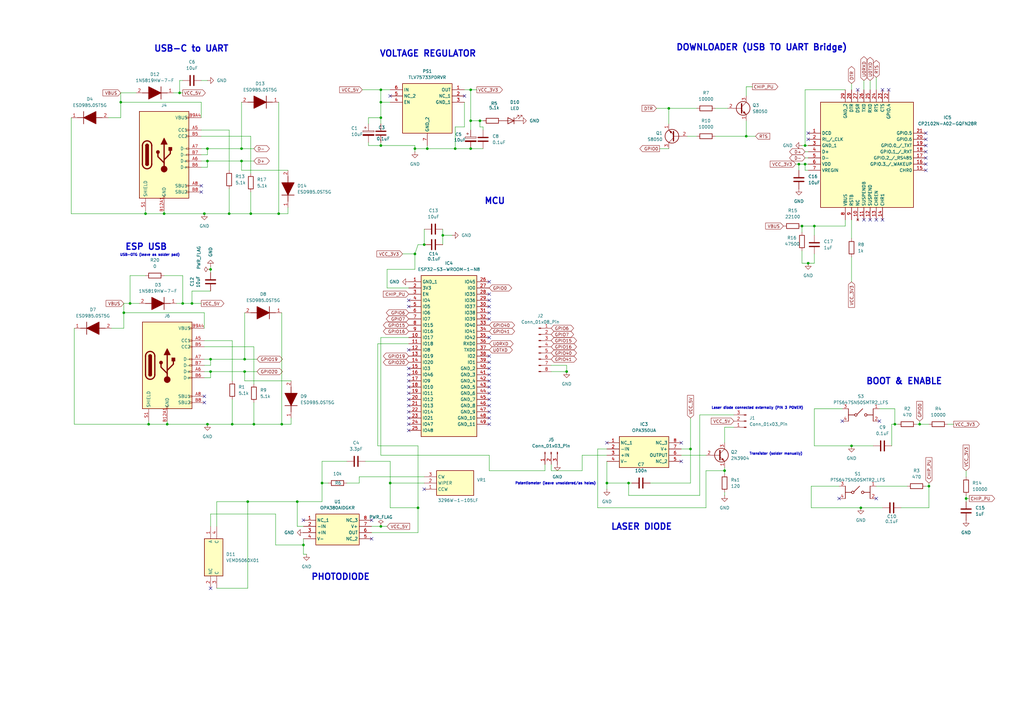
<source format=kicad_sch>
(kicad_sch (version 20250114) (generator "eeschema") (generator_version "9.0")
  (paper "A3")
  (lib_symbols
    (symbol "1N5819HW-7-F:1N5819HW-7-F" (pin_names (hide yes))
      (property "Reference" "D" (at 11.43 5.08 0))
      (property "Value" "1N5819HW-7-F" (at 11.43 2.54 0))
      (symbol "1N5819HW-7-F_1_1"
        (pin passive line (at 0 0 0) (length 2.54) (name "K") (number "1"))
        (pin passive line (at 15.24 0 180) (length 2.54) (name "A") (number "2"))
      )
    )
    (symbol "3296W-1-105LF:3296W-1-105LF"
      (property "Reference" "VR" (at 21.59 7.62 0))
      (property "Value" "3296W-1-105LF" (at 21.59 5.08 0))
      (symbol "3296W-1-105LF_1_1"
        (pin passive line (at 0 0 0) (length 5.08) (name "CW") (number "3"))
        (pin passive line (at 0 -2.54 0) (length 5.08) (name "WIPER") (number "2"))
        (pin passive line (at 0 -5.08 0) (length 5.08) (name "CCW") (number "1"))
      )
    )
    (symbol "CP2102N-A02-GQFN28R:CP2102N-A02-GQFN28R"
      (property "Reference" "IC" (at 44.45 17.78 0))
      (property "Value" "CP2102N-A02-GQFN28R" (at 44.45 15.24 0))
      (symbol "CP2102N-A02-GQFN28R_1_1"
        (pin passive line (at 0 0 0) (length 5.08) (name "DCD") (number "1"))
        (pin passive line (at 0 -2.54 0) (length 5.08) (name "RI_/_CLK") (number "2"))
        (pin passive line (at 0 -5.08 0) (length 5.08) (name "GND_1") (number "3"))
        (pin passive line (at 0 -7.62 0) (length 5.08) (name "D+") (number "4"))
        (pin passive line (at 0 -10.16 0) (length 5.08) (name "D-") (number "5"))
        (pin passive line (at 0 -12.7 0) (length 5.08) (name "VDD") (number "6"))
        (pin passive line (at 0 -15.24 0) (length 5.08) (name "VREGIN") (number "7"))
        (pin passive line (at 15.24 17.78 270) (length 5.08) (name "GND_2") (number "29"))
        (pin passive line (at 15.24 -35.56 90) (length 5.08) (name "VBUS") (number "8"))
        (pin passive line (at 17.78 17.78 270) (length 5.08) (name "DTR") (number "28"))
        (pin passive line (at 17.78 -35.56 90) (length 5.08) (name "RSTB") (number "9"))
        (pin passive line (at 20.32 17.78 270) (length 5.08) (name "DSR") (number "27"))
        (pin no_connect line (at 20.32 -35.56 90) (length 5.08) (name "NC") (number "10"))
        (pin passive line (at 22.86 17.78 270) (length 5.08) (name "TXD") (number "26"))
        (pin passive line (at 22.86 -35.56 90) (length 5.08) (name "SUSPENDB") (number "11"))
        (pin passive line (at 25.4 17.78 270) (length 5.08) (name "RXD") (number "25"))
        (pin passive line (at 25.4 -35.56 90) (length 5.08) (name "SUSPEND") (number "12"))
        (pin passive line (at 27.94 17.78 270) (length 5.08) (name "RTS") (number "24"))
        (pin passive line (at 27.94 -35.56 90) (length 5.08) (name "CHREN") (number "13"))
        (pin passive line (at 30.48 17.78 270) (length 5.08) (name "CTS") (number "23"))
        (pin passive line (at 30.48 -35.56 90) (length 5.08) (name "CHR1") (number "14"))
        (pin passive line (at 33.02 17.78 270) (length 5.08) (name "GPIO.4") (number "22"))
        (pin passive line (at 48.26 0 180) (length 5.08) (name "GPIO.5") (number "21"))
        (pin passive line (at 48.26 -2.54 180) (length 5.08) (name "GPIO.6") (number "20"))
        (pin passive line (at 48.26 -5.08 180) (length 5.08) (name "GPIO.0_/_TXT") (number "19"))
        (pin passive line (at 48.26 -7.62 180) (length 5.08) (name "GPIO.1_/_RXT") (number "18"))
        (pin passive line (at 48.26 -10.16 180) (length 5.08) (name "GPIO.2_/_RS485") (number "17"))
        (pin passive line (at 48.26 -12.7 180) (length 5.08) (name "GPIO.3_/_WAKEUP") (number "16"))
        (pin passive line (at 48.26 -15.24 180) (length 5.08) (name "CHR0") (number "15"))
      )
    )
    (symbol "Connector:Conn_01x03_Pin" (pin_names (offset 1.016) (hide yes))
      (property "Reference" "J" (at 0 5.08 0))
      (property "Value" "Conn_01x03_Pin" (at 0 -5.08 0))
      (symbol "Conn_01x03_Pin_1_1"
        (pin passive line (at 5.08 2.54 180) (length 3.81) (name "Pin_1") (number "1"))
        (pin passive line (at 5.08 0 180) (length 3.81) (name "Pin_2") (number "2"))
        (pin passive line (at 5.08 -2.54 180) (length 3.81) (name "Pin_3") (number "3"))
      )
    )
    (symbol "Connector:Conn_01x08_Pin" (pin_names (offset 1.016) (hide yes))
      (property "Reference" "J" (at 0 10.16 0))
      (property "Value" "Conn_01x08_Pin" (at 0 -12.7 0))
      (symbol "Conn_01x08_Pin_1_1"
        (pin passive line (at 5.08 7.62 180) (length 3.81) (name "Pin_1") (number "1"))
        (pin passive line (at 5.08 5.08 180) (length 3.81) (name "Pin_2") (number "2"))
        (pin passive line (at 5.08 2.54 180) (length 3.81) (name "Pin_3") (number "3"))
        (pin passive line (at 5.08 0 180) (length 3.81) (name "Pin_4") (number "4"))
        (pin passive line (at 5.08 -2.54 180) (length 3.81) (name "Pin_5") (number "5"))
        (pin passive line (at 5.08 -5.08 180) (length 3.81) (name "Pin_6") (number "6"))
        (pin passive line (at 5.08 -7.62 180) (length 3.81) (name "Pin_7") (number "7"))
        (pin passive line (at 5.08 -10.16 180) (length 3.81) (name "Pin_8") (number "8"))
      )
    )
    (symbol "Device:C" (pin_numbers (hide yes)) (pin_names (offset 0.254))
      (property "Reference" "C" (at 0.635 2.54 0))
      (property "Value" "C" (at 0.635 -2.54 0))
      (symbol "C_1_1"
        (pin passive line (at 0 3.81 270) (length 2.794) (name "~") (number "1"))
        (pin passive line (at 0 -3.81 90) (length 2.794) (name "~") (number "2"))
      )
    )
    (symbol "Device:C_Polarized" (pin_numbers (hide yes)) (pin_names (offset 0.254))
      (property "Reference" "C" (at 0.635 2.54 0))
      (property "Value" "C_Polarized" (at 0.635 -2.54 0))
      (symbol "C_Polarized_1_1"
        (pin passive line (at 0 3.81 270) (length 2.794) (name "~") (number "1"))
        (pin passive line (at 0 -3.81 90) (length 2.794) (name "~") (number "2"))
      )
    )
    (symbol "Device:LED" (pin_numbers (hide yes)) (pin_names (offset 1.016) (hide yes))
      (property "Reference" "D" (at 0 2.54 0))
      (property "Value" "LED" (at 0 -2.54 0))
      (symbol "LED_1_1"
        (pin passive line (at -3.81 0 0) (length 2.54) (name "K") (number "1"))
        (pin passive line (at 3.81 0 180) (length 2.54) (name "A") (number "2"))
      )
    )
    (symbol "Device:R" (pin_numbers (hide yes)) (pin_names (offset 0))
      (property "Reference" "R" (at 2.032 0 90))
      (property "Value" "R" (at 0 0 90))
      (symbol "R_1_1"
        (pin passive line (at 0 3.81 270) (length 1.27) (name "~") (number "1"))
        (pin passive line (at 0 -3.81 90) (length 1.27) (name "~") (number "2"))
      )
    )
    (symbol "ESD9B5_0ST5G:ESD9B5.0ST5G" (pin_names (hide yes))
      (property "Reference" "D" (at 11.43 5.08 0))
      (property "Value" "ESD9B5.0ST5G" (at 11.43 2.54 0))
      (symbol "ESD9B5.0ST5G_1_1"
        (pin passive line (at 0 0 0) (length 2.54) (name "K") (number "1"))
        (pin passive line (at 15.24 0 180) (length 2.54) (name "A") (number "2"))
      )
    )
    (symbol "ESP32-S3-WROOM-1-N8:ESP32-S3-WROOM-1-N8"
      (property "Reference" "IC" (at 29.21 7.62 0))
      (property "Value" "ESP32-S3-WROOM-1-N8" (at 29.21 5.08 0))
      (symbol "ESP32-S3-WROOM-1-N8_1_1"
        (pin passive line (at 0 0 0) (length 5.08) (name "GND_1") (number "1"))
        (pin passive line (at 0 -2.54 0) (length 5.08) (name "3V3") (number "2"))
        (pin passive line (at 0 -5.08 0) (length 5.08) (name "EN") (number "3"))
        (pin passive line (at 0 -7.62 0) (length 5.08) (name "IO4") (number "4"))
        (pin passive line (at 0 -10.16 0) (length 5.08) (name "IO5") (number "5"))
        (pin passive line (at 0 -12.7 0) (length 5.08) (name "IO6") (number "6"))
        (pin passive line (at 0 -15.24 0) (length 5.08) (name "IO7") (number "7"))
        (pin passive line (at 0 -17.78 0) (length 5.08) (name "IO15") (number "8"))
        (pin passive line (at 0 -20.32 0) (length 5.08) (name "IO16") (number "9"))
        (pin passive line (at 0 -22.86 0) (length 5.08) (name "IO17") (number "10"))
        (pin passive line (at 0 -25.4 0) (length 5.08) (name "IO18") (number "11"))
        (pin passive line (at 0 -27.94 0) (length 5.08) (name "IO8") (number "12"))
        (pin passive line (at 0 -30.48 0) (length 5.08) (name "IO19") (number "13"))
        (pin passive line (at 0 -33.02 0) (length 5.08) (name "IO20") (number "14"))
        (pin passive line (at 0 -35.56 0) (length 5.08) (name "IO3") (number "15"))
        (pin passive line (at 0 -38.1 0) (length 5.08) (name "IO46") (number "16"))
        (pin passive line (at 0 -40.64 0) (length 5.08) (name "IO9") (number "17"))
        (pin passive line (at 0 -43.18 0) (length 5.08) (name "IO10") (number "18"))
        (pin passive line (at 0 -45.72 0) (length 5.08) (name "IO11") (number "19"))
        (pin passive line (at 0 -48.26 0) (length 5.08) (name "IO12") (number "20"))
        (pin passive line (at 0 -50.8 0) (length 5.08) (name "IO13") (number "21"))
        (pin passive line (at 0 -53.34 0) (length 5.08) (name "IO14") (number "22"))
        (pin passive line (at 0 -55.88 0) (length 5.08) (name "IO21") (number "23"))
        (pin passive line (at 0 -58.42 0) (length 5.08) (name "IO47") (number "24"))
        (pin passive line (at 0 -60.96 0) (length 5.08) (name "IO48") (number "25"))
        (pin passive line (at 33.02 0 180) (length 5.08) (name "IO45") (number "26"))
        (pin passive line (at 33.02 -2.54 180) (length 5.08) (name "IO0") (number "27"))
        (pin passive line (at 33.02 -5.08 180) (length 5.08) (name "IO35") (number "28"))
        (pin passive line (at 33.02 -7.62 180) (length 5.08) (name "IO36") (number "29"))
        (pin passive line (at 33.02 -10.16 180) (length 5.08) (name "IO37") (number "30"))
        (pin passive line (at 33.02 -12.7 180) (length 5.08) (name "IO38") (number "31"))
        (pin passive line (at 33.02 -15.24 180) (length 5.08) (name "IO39") (number "32"))
        (pin passive line (at 33.02 -17.78 180) (length 5.08) (name "IO40") (number "33"))
        (pin passive line (at 33.02 -20.32 180) (length 5.08) (name "IO41") (number "34"))
        (pin passive line (at 33.02 -22.86 180) (length 5.08) (name "IO42") (number "35"))
        (pin passive line (at 33.02 -25.4 180) (length 5.08) (name "RXD0") (number "36"))
        (pin passive line (at 33.02 -27.94 180) (length 5.08) (name "TXD0") (number "37"))
        (pin passive line (at 33.02 -30.48 180) (length 5.08) (name "IO2") (number "38"))
        (pin passive line (at 33.02 -33.02 180) (length 5.08) (name "IO1") (number "39"))
        (pin passive line (at 33.02 -35.56 180) (length 5.08) (name "GND_2") (number "40"))
        (pin passive line (at 33.02 -38.1 180) (length 5.08) (name "GND_3") (number "41"))
        (pin passive line (at 33.02 -40.64 180) (length 5.08) (name "GND_4") (number "42"))
        (pin passive line (at 33.02 -43.18 180) (length 5.08) (name "GND_5") (number "43"))
        (pin passive line (at 33.02 -45.72 180) (length 5.08) (name "GND_6") (number "44"))
        (pin passive line (at 33.02 -48.26 180) (length 5.08) (name "GND_7") (number "45"))
        (pin passive line (at 33.02 -50.8 180) (length 5.08) (name "GND_8") (number "46"))
        (pin passive line (at 33.02 -53.34 180) (length 5.08) (name "GND_9") (number "47"))
        (pin passive line (at 33.02 -55.88 180) (length 5.08) (name "GND_10") (number "48"))
        (pin passive line (at 33.02 -58.42 180) (length 5.08) (name "GND_11") (number "49"))
      )
    )
    (symbol "OPA350UA:OPA350UA"
      (property "Reference" "IC" (at 26.67 7.62 0))
      (property "Value" "OPA350UA" (at 26.67 5.08 0))
      (symbol "OPA350UA_1_1"
        (pin passive line (at 0 0 0) (length 5.08) (name "NC_1") (number "1"))
        (pin passive line (at 0 -2.54 0) (length 5.08) (name "-IN") (number "2"))
        (pin passive line (at 0 -5.08 0) (length 5.08) (name "+IN") (number "3"))
        (pin passive line (at 0 -7.62 0) (length 5.08) (name "V-") (number "4"))
        (pin passive line (at 30.48 0 180) (length 5.08) (name "NC_3") (number "8"))
        (pin passive line (at 30.48 -2.54 180) (length 5.08) (name "V+") (number "7"))
        (pin passive line (at 30.48 -5.08 180) (length 5.08) (name "OUTPUT") (number "6"))
        (pin passive line (at 30.48 -7.62 180) (length 5.08) (name "NC_2") (number "5"))
      )
    )
    (symbol "OPA380AIDGKR:OPA380AIDGKR"
      (property "Reference" "U" (at 24.13 7.62 0))
      (property "Value" "OPA380AIDGKR" (at 24.13 5.08 0))
      (symbol "OPA380AIDGKR_1_1"
        (pin passive line (at 0 0 0) (length 5.08) (name "NC_1") (number "1"))
        (pin input line (at 0 -2.54 0) (length 5.08) (name "-IN") (number "2"))
        (pin input line (at 0 -5.08 0) (length 5.08) (name "+IN") (number "3"))
        (pin power_in line (at 0 -7.62 0) (length 5.08) (name "V-") (number "4"))
        (pin passive line (at 27.94 0 180) (length 5.08) (name "NC_3") (number "8"))
        (pin power_in line (at 27.94 -2.54 180) (length 5.08) (name "V+") (number "7"))
        (pin output line (at 27.94 -5.08 180) (length 5.08) (name "OUT") (number "6"))
        (pin passive line (at 27.94 -7.62 180) (length 5.08) (name "NC_2") (number "5"))
      )
    )
    (symbol "PCM_JLCPCB-Extended:Connector, USB-TYPE-C-16P"
      (property "Reference" "J" (at 2.54 2.54 0))
      (symbol "Connector, USB-TYPE-C-16P_1_1"
        (pin passive line (at -7.62 -22.86 90) (length 5.08) (name "SHIELD") (number "S1"))
        (pin passive line (at 0 -22.86 90) (length 5.08) (hide yes) (name "GND") (number "A12B1"))
        (pin passive line (at 0 -22.86 90) (length 5.08) (name "GND") (number "B12A1"))
        (pin passive line (at 15.24 15.24 180) (length 5.08) (hide yes) (name "VBUS") (number "A9B4"))
        (pin passive line (at 15.24 15.24 180) (length 5.08) (name "VBUS") (number "B9A4"))
        (pin bidirectional line (at 15.24 10.16 180) (length 5.08) (name "CC1") (number "A5"))
        (pin bidirectional line (at 15.24 7.62 180) (length 5.08) (name "CC2") (number "B5"))
        (pin bidirectional line (at 15.24 2.54 180) (length 5.08) (name "D-") (number "A7"))
        (pin bidirectional line (at 15.24 0 180) (length 5.08) (name "D-") (number "B7"))
        (pin bidirectional line (at 15.24 -2.54 180) (length 5.08) (name "D+") (number "A6"))
        (pin bidirectional line (at 15.24 -5.08 180) (length 5.08) (name "D+") (number "B6"))
        (pin bidirectional line (at 15.24 -12.7 180) (length 5.08) (name "SBU1") (number "A8"))
        (pin bidirectional line (at 15.24 -15.24 180) (length 5.08) (name "SBU2") (number "B8"))
      )
    )
    (symbol "PTS647SN50SMTR2_LFS:PTS647SN50SMTR2_LFS" (pin_names (hide yes))
      (property "Reference" "S" (at 12.7 6.35 0))
      (property "Value" "PTS647SN50SMTR2_LFS" (at 12.7 3.81 0))
      (symbol "PTS647SN50SMTR2_LFS_1_1"
        (pin passive line (at 0 0 0) (length 2.54) (name "COM_1") (number "3"))
        (pin passive line (at 0 -5.08 0) (length 2.54) (name "COM_2") (number "4"))
        (pin passive line (at 15.24 0 180) (length 2.54) (name "NO_1") (number "1"))
        (pin passive line (at 15.24 -5.08 180) (length 2.54) (name "NO_2") (number "2"))
      )
    )
    (symbol "TLV75733PDRVR:TLV75733PDRVR"
      (property "Reference" "PS" (at 26.67 7.62 0))
      (property "Value" "TLV75733PDRVR" (at 26.67 5.08 0))
      (symbol "TLV75733PDRVR_1_1"
        (pin output line (at 0 0 0) (length 5.08) (name "OUT") (number "1"))
        (pin passive line (at 0 -2.54 0) (length 5.08) (name "NC_1") (number "2"))
        (pin power_in line (at 0 -5.08 0) (length 5.08) (name "GND_1") (number "3"))
        (pin power_in line (at 15.24 -22.86 90) (length 5.08) (name "GND_2") (number "7"))
        (pin power_in line (at 30.48 0 180) (length 5.08) (name "IN") (number "6"))
        (pin passive line (at 30.48 -2.54 180) (length 5.08) (name "NC_2") (number "5"))
        (pin input line (at 30.48 -5.08 180) (length 5.08) (name "EN") (number "4"))
      )
    )
    (symbol "Transistor_BJT:2N3904" (pin_names (offset 0) (hide yes))
      (property "Reference" "Q" (at 5.08 1.905 0))
      (property "Value" "2N3904" (at 5.08 0 0))
      (symbol "2N3904_1_1"
        (pin input line (at -5.08 0 0) (length 2.54) (name "B") (number "2"))
        (pin passive line (at 2.54 5.08 270) (length 2.54) (name "C") (number "3"))
        (pin passive line (at 2.54 -5.08 90) (length 2.54) (name "E") (number "1"))
      )
    )
    (symbol "Transistor_BJT:S8050" (pin_names (offset 0) (hide yes))
      (property "Reference" "Q" (at 5.08 1.905 0))
      (property "Value" "S8050" (at 5.08 0 0))
      (symbol "S8050_1_1"
        (pin input line (at -5.08 0 0) (length 2.54) (name "B") (number "2"))
        (pin passive line (at 2.54 5.08 270) (length 2.54) (name "C") (number "3"))
        (pin passive line (at 2.54 -5.08 90) (length 2.54) (name "E") (number "1"))
      )
    )
    (symbol "VEMD5060X01:VEMD5060X01"
      (property "Reference" "D11" (at 11.4299 3.81 90))
      (property "Value" "VEMD5060X01" (at 13.9699 3.81 90))
      (symbol "VEMD5060X01_1_1"
        (pin passive line (at 0 0 0) (length 5.08) (name "C") (number "4"))
        (pin passive line (at 0 -2.54 0) (length 5.08) (name "A") (number "1"))
        (pin passive line (at 25.4 0 180) (length 5.08) (name "C") (number "3"))
        (pin passive line (at 25.4 -2.54 180) (length 5.08) (name "NC") (number "2"))
      )
    )
    (symbol "power:GND" (power) (pin_numbers (hide yes)) (pin_names (offset 0) (hide yes))
      (property "Value" "GND" (at 0 -3.81 0))
      (symbol "GND_1_1"
        (pin power_in line (at 0 0 270) (length 0) (name "~") (number "1"))
      )
    )
    (symbol "power:PWR_FLAG" (power) (pin_numbers (hide yes)) (pin_names (offset 0) (hide yes))
      (property "Value" "PWR_FLAG" (at 0 3.81 0))
      (symbol "PWR_FLAG_0_0"
        (pin power_out line (at 0 0 90) (length 0) (name "~") (number "1"))
      )
    )
  )
  (text "LASER DIODE\n" (at 263.144 216.154 0) (effects (font (size 2.54 2.54) (thickness 0.508) (bold yes))))
  (text "MCU\n" (at 202.946 82.55 0) (effects (font (size 2.54 2.54) (thickness 0.508) (bold yes))))
  (text "BOOT & ENABLE\n" (at 370.84 156.464 0) (effects (font (size 2.54 2.54) (thickness 0.508) (bold yes))))
  (text "USB-OTG (leave as solder pad)" (at 61.468 104.648 0) (effects (font (size 1 1) (thickness 0.508) (bold yes))))
  (text "PHOTODIODE\n" (at 139.7 236.728 0) (effects (font (size 2.54 2.54) (thickness 0.508) (bold yes))))
  (text "Potentiometer (leave unsoldered/as holes)\n\n" (at 227.838 199.136 0) (effects (font (size 1 1) (thickness 0.508) (bold yes))))
  (text "USB-C to UART\n\n" (at 78.486 22.098 0) (effects (font (size 2.54 2.54) (thickness 0.508) (bold yes))))
  (text "Laser diode connected externally (PIN 3 POWER)" (at 310.642 167.386 0) (effects (font (size 1 1) (thickness 0.508) (bold yes))))
  (text "VOLTAGE REGULATOR\n" (at 175.514 22.098 0) (effects (font (size 2.54 2.54) (thickness 0.508) (bold yes))))
  (text "Transistor (solder manually)\n" (at 318.262 186.182 0) (effects (font (size 1 1) (thickness 0.508) (bold yes))))
  (text "ESP USB\n" (at 59.944 101.346 0) (effects (font (size 2.54 2.54) (thickness 0.508) (bold yes))))
  (text "DOWNLOADER (USB TO UART Bridge)\n\n" (at 312.42 21.59 0) (effects (font (size 2.54 2.54) (thickness 0.508) (bold yes))))
  (junction (at 67.31 87.63))
  (junction (at 99.06 60.96))
  (junction (at 100.33 152.4))
  (junction (at 181.61 96.52))
  (junction (at 349.25 182.88))
  (junction (at 78.74 124.46))
  (junction (at 367.03 173.99))
  (junction (at 99.06 66.04))
  (junction (at 381 199.39))
  (junction (at 353.06 208.28))
  (junction (at 50.8 128.27))
  (junction (at 334.01 92.71))
  (junction (at 156.21 215.9))
  (junction (at 170.18 60.96))
  (junction (at 306.07 55.88))
  (junction (at 330.2 67.31))
  (junction (at 115.57 173.99))
  (junction (at 156.21 59.69))
  (junction (at 60.96 173.99))
  (junction (at 156.21 41.91))
  (junction (at 328.93 92.71))
  (junction (at 196.85 49.53))
  (junction (at 100.33 147.32))
  (junction (at 160.02 198.12))
  (junction (at 377.19 173.99))
  (junction (at 49.53 41.91))
  (junction (at 396.24 204.47))
  (junction (at 86.36 110.49))
  (junction (at 171.45 208.28))
  (junction (at 156.21 48.26))
  (junction (at 95.25 173.99))
  (junction (at 59.69 87.63))
  (junction (at 132.08 198.12))
  (junction (at 114.3 87.63))
  (junction (at 85.09 66.04))
  (junction (at 101.6 205.74))
  (junction (at 124.46 223.52))
  (junction (at 121.92 205.74))
  (junction (at 53.34 124.46))
  (junction (at 85.09 60.96))
  (junction (at 327.66 67.31))
  (junction (at 86.36 147.32))
  (junction (at 74.93 124.46))
  (junction (at 93.98 87.63))
  (junction (at 73.66 38.1))
  (junction (at 193.04 49.53))
  (junction (at 193.04 60.96))
  (junction (at 86.36 152.4))
  (junction (at 193.04 36.83))
  (junction (at 232.41 152.4))
  (junction (at 331.47 107.95))
  (junction (at 173.99 100.33))
  (junction (at 83.82 87.63))
  (junction (at 175.26 60.96))
  (junction (at 274.32 44.45))
  (junction (at 156.21 36.83))
  (junction (at 186.69 60.96))
  (junction (at 68.58 173.99))
  (junction (at 102.87 87.63))
  (junction (at 170.18 104.14))
  (junction (at 85.09 173.99))
  (junction (at 283.21 184.15))
  (junction (at 297.18 193.04))
  (junction (at 330.2 59.69))
  (junction (at 257.81 198.12))
  (junction (at 104.14 173.99))
  (junction (at 248.92 198.12))
  (no_connect (at 200.66 161.29))
  (no_connect (at 167.64 153.67))
  (no_connect (at 379.73 62.23))
  (no_connect (at 82.55 76.2))
  (no_connect (at 200.66 158.75))
  (no_connect (at 167.64 166.37))
  (no_connect (at 248.92 181.61))
  (no_connect (at 167.64 151.13))
  (no_connect (at 361.95 36.83))
  (no_connect (at 200.66 123.19))
  (no_connect (at 167.64 143.51))
  (no_connect (at 200.66 128.27))
  (no_connect (at 167.64 168.91))
  (no_connect (at 200.66 125.73))
  (no_connect (at 379.73 64.77))
  (no_connect (at 345.44 172.72))
  (no_connect (at 86.36 241.3))
  (no_connect (at 167.64 171.45))
  (no_connect (at 379.73 59.69))
  (no_connect (at 167.64 176.53))
  (no_connect (at 360.68 172.72))
  (no_connect (at 200.66 156.21))
  (no_connect (at 167.64 163.83))
  (no_connect (at 200.66 148.59))
  (no_connect (at 361.95 90.17))
  (no_connect (at 379.73 57.15))
  (no_connect (at 200.66 171.45))
  (no_connect (at 83.82 165.1))
  (no_connect (at 200.66 163.83))
  (no_connect (at 200.66 151.13))
  (no_connect (at 167.64 158.75))
  (no_connect (at 83.82 162.56))
  (no_connect (at 152.4 220.98))
  (no_connect (at 200.66 173.99))
  (no_connect (at 152.4 213.36))
  (no_connect (at 173.99 200.66))
  (no_connect (at 190.5 39.37))
  (no_connect (at 200.66 166.37))
  (no_connect (at 354.33 90.17))
  (no_connect (at 167.64 173.99))
  (no_connect (at 331.47 54.61))
  (no_connect (at 359.41 90.17))
  (no_connect (at 379.73 69.85))
  (no_connect (at 356.87 90.17))
  (no_connect (at 200.66 120.65))
  (no_connect (at 279.4 189.23))
  (no_connect (at 364.49 36.83))
  (no_connect (at 200.66 146.05))
  (no_connect (at 279.4 181.61))
  (no_connect (at 359.41 204.47))
  (no_connect (at 331.47 57.15))
  (no_connect (at 200.66 153.67))
  (no_connect (at 200.66 168.91))
  (no_connect (at 344.17 204.47))
  (no_connect (at 167.64 161.29))
  (no_connect (at 200.66 115.57))
  (no_connect (at 167.64 125.73))
  (no_connect (at 124.46 213.36))
  (no_connect (at 200.66 130.81))
  (no_connect (at 167.64 123.19))
  (no_connect (at 379.73 54.61))
  (no_connect (at 167.64 156.21))
  (no_connect (at 82.55 78.74))
  (no_connect (at 351.79 36.83))
  (no_connect (at 160.02 39.37))
  (no_connect (at 379.73 67.31))
  (no_connect (at 200.66 138.43))
  (wire (pts (xy 190.5 41.91) (xy 190.5 52.07)))
  (wire (pts (xy 238.76 193.04) (xy 226.06 193.04)))
  (wire (pts (xy 270.51 60.96) (xy 274.32 60.96)))
  (wire (pts (xy 93.98 53.34) (xy 93.98 69.85)))
  (wire (pts (xy 119.38 156.21) (xy 100.33 156.21)))
  (wire (pts (xy 297.18 191.77) (xy 297.18 193.04)))
  (wire (pts (xy 102.87 78.74) (xy 102.87 87.63)))
  (wire (pts (xy 327.66 67.31) (xy 330.2 67.31)))
  (wire (pts (xy 279.4 184.15) (xy 283.21 184.15)))
  (wire (pts (xy 193.04 49.53) (xy 196.85 49.53)))
  (wire (pts (xy 396.24 193.04) (xy 396.24 195.58)))
  (wire (pts (xy 356.87 33.02) (xy 356.87 36.83)))
  (wire (pts (xy 223.52 193.04) (xy 223.52 190.5)))
  (wire (pts (xy 95.25 173.99) (xy 104.14 173.99)))
  (wire (pts (xy 148.59 36.83) (xy 156.21 36.83)))
  (wire (pts (xy 142.24 189.23) (xy 132.08 189.23)))
  (wire (pts (xy 334.01 167.64) (xy 345.44 167.64)))
  (wire (pts (xy 248.92 198.12) (xy 257.81 198.12)))
  (wire (pts (xy 124.46 220.98) (xy 124.46 223.52)))
  (wire (pts (xy 142.24 198.12) (xy 147.32 198.12)))
  (wire (pts (xy 330.2 67.31) (xy 331.47 67.31)))
  (wire (pts (xy 68.58 173.99) (xy 85.09 173.99)))
  (wire (pts (xy 156.21 41.91) (xy 156.21 48.26)))
  (wire (pts (xy 330.2 62.23) (xy 331.47 62.23)))
  (wire (pts (xy 78.74 119.38) (xy 78.74 124.46)))
  (wire (pts (xy 381 173.99) (xy 377.19 173.99)))
  (wire (pts (xy 73.66 38.1) (xy 71.12 38.1)))
  (wire (pts (xy 306.07 49.53) (xy 306.07 55.88)))
  (wire (pts (xy 283.21 198.12) (xy 266.7 198.12)))
  (wire (pts (xy 95.25 139.7) (xy 95.25 156.21)))
  (wire (pts (xy 100.33 147.32) (xy 86.36 147.32)))
  (wire (pts (xy 132.08 198.12) (xy 132.08 205.74)))
  (wire (pts (xy 83.82 128.27) (xy 50.8 128.27)))
  (wire (pts (xy 171.45 182.88) (xy 171.45 208.28)))
  (wire (pts (xy 99.06 69.85) (xy 99.06 66.04)))
  (wire (pts (xy 102.87 71.12) (xy 102.87 55.88)))
  (wire (pts (xy 93.98 87.63) (xy 102.87 87.63)))
  (wire (pts (xy 190.5 52.07) (xy 186.69 52.07)))
  (wire (pts (xy 83.82 139.7) (xy 95.25 139.7)))
  (wire (pts (xy 88.9 215.9) (xy 88.9 205.74)))
  (wire (pts (xy 68.58 172.72) (xy 68.58 173.99)))
  (wire (pts (xy 173.99 198.12) (xy 160.02 198.12)))
  (wire (pts (xy 151.13 59.69) (xy 156.21 59.69)))
  (wire (pts (xy 85.09 63.5) (xy 85.09 60.96)))
  (wire (pts (xy 156.21 41.91) (xy 156.21 36.83)))
  (wire (pts (xy 100.33 156.21) (xy 100.33 152.4)))
  (wire (pts (xy 156.21 186.69) (xy 200.66 186.69)))
  (wire (pts (xy 396.24 204.47) (xy 396.24 205.74)))
  (wire (pts (xy 85.09 173.99) (xy 95.25 173.99)))
  (wire (pts (xy 193.04 36.83) (xy 193.04 49.53)))
  (wire (pts (xy 83.82 149.86) (xy 86.36 149.86)))
  (wire (pts (xy 167.64 138.43) (xy 156.21 138.43)))
  (wire (pts (xy 185.42 96.52) (xy 181.61 96.52)))
  (wire (pts (xy 121.92 205.74) (xy 132.08 205.74)))
  (wire (pts (xy 151.13 58.42) (xy 151.13 59.69)))
  (wire (pts (xy 369.57 208.28) (xy 381 208.28)))
  (wire (pts (xy 160.02 208.28) (xy 171.45 208.28)))
  (wire (pts (xy 83.82 154.94) (xy 86.36 154.94)))
  (wire (pts (xy 171.45 100.33) (xy 173.99 100.33)))
  (wire (pts (xy 86.36 110.49) (xy 86.36 109.22)))
  (wire (pts (xy 226.06 152.4) (xy 232.41 152.4)))
  (wire (pts (xy 281.94 55.88) (xy 285.75 55.88)))
  (wire (pts (xy 167.64 140.97) (xy 154.94 140.97)))
  (wire (pts (xy 353.06 208.28) (xy 361.95 208.28)))
  (wire (pts (xy 328.93 92.71) (xy 328.93 95.25)))
  (wire (pts (xy 67.31 86.36) (xy 67.31 87.63)))
  (wire (pts (xy 377.19 172.72) (xy 377.19 173.99)))
  (wire (pts (xy 289.56 208.28) (xy 289.56 193.04)))
  (wire (pts (xy 156.21 138.43) (xy 156.21 186.69)))
  (wire (pts (xy 334.01 104.14) (xy 334.01 107.95)))
  (wire (pts (xy 119.38 171.45) (xy 119.38 173.99)))
  (wire (pts (xy 196.85 49.53) (xy 198.12 49.53)))
  (wire (pts (xy 50.8 124.46) (xy 53.34 124.46)))
  (wire (pts (xy 198.12 52.07) (xy 196.85 52.07)))
  (wire (pts (xy 332.74 199.39) (xy 344.17 199.39)))
  (wire (pts (xy 78.74 124.46) (xy 74.93 124.46)))
  (wire (pts (xy 99.06 60.96) (xy 85.09 60.96)))
  (wire (pts (xy 82.55 41.91) (xy 49.53 41.91)))
  (wire (pts (xy 360.68 167.64) (xy 367.03 167.64)))
  (wire (pts (xy 248.92 186.69) (xy 238.76 186.69)))
  (wire (pts (xy 186.69 60.96) (xy 193.04 60.96)))
  (wire (pts (xy 149.86 189.23) (xy 160.02 189.23)))
  (wire (pts (xy 232.41 149.86) (xy 232.41 152.4)))
  (wire (pts (xy 391.16 173.99) (xy 388.62 173.99)))
  (wire (pts (xy 381 198.12) (xy 381 199.39)))
  (wire (pts (xy 167.64 118.11) (xy 158.75 118.11)))
  (wire (pts (xy 50.8 128.27) (xy 50.8 134.62)))
  (wire (pts (xy 99.06 41.91) (xy 99.06 60.96)))
  (wire (pts (xy 82.55 33.02) (xy 85.09 33.02)))
  (wire (pts (xy 134.62 198.12) (xy 132.08 198.12)))
  (wire (pts (xy 82.55 124.46) (xy 78.74 124.46)))
  (wire (pts (xy 67.31 113.03) (xy 74.93 113.03)))
  (wire (pts (xy 30.48 173.99) (xy 60.96 173.99)))
  (wire (pts (xy 346.71 92.71) (xy 334.01 92.71)))
  (wire (pts (xy 289.56 193.04) (xy 297.18 193.04)))
  (wire (pts (xy 118.11 69.85) (xy 99.06 69.85)))
  (wire (pts (xy 115.57 173.99) (xy 104.14 173.99)))
  (wire (pts (xy 156.21 36.83) (xy 160.02 36.83)))
  (wire (pts (xy 326.39 67.31) (xy 327.66 67.31)))
  (wire (pts (xy 82.55 55.88) (xy 102.87 55.88)))
  (wire (pts (xy 300.99 175.26) (xy 297.18 175.26)))
  (wire (pts (xy 156.21 59.69) (xy 170.18 59.69)))
  (wire (pts (xy 160.02 189.23) (xy 160.02 198.12)))
  (wire (pts (xy 330.2 59.69) (xy 331.47 59.69)))
  (wire (pts (xy 49.53 38.1) (xy 55.88 38.1)))
  (wire (pts (xy 349.25 105.41) (xy 349.25 115.57)))
  (wire (pts (xy 95.25 163.83) (xy 95.25 173.99)))
  (wire (pts (xy 198.12 53.34) (xy 198.12 52.07)))
  (wire (pts (xy 173.99 93.98) (xy 173.99 100.33)))
  (wire (pts (xy 156.21 58.42) (xy 156.21 59.69)))
  (wire (pts (xy 49.53 38.1) (xy 49.53 41.91)))
  (wire (pts (xy 170.18 104.14) (xy 170.18 110.49)))
  (wire (pts (xy 200.66 186.69) (xy 200.66 193.04)))
  (wire (pts (xy 274.32 44.45) (xy 285.75 44.45)))
  (wire (pts (xy 193.04 49.53) (xy 193.04 53.34)))
  (wire (pts (xy 53.34 113.03) (xy 53.34 124.46)))
  (wire (pts (xy 124.46 227.33) (xy 125.73 227.33)))
  (wire (pts (xy 113.03 223.52) (xy 124.46 223.52)))
  (wire (pts (xy 29.21 87.63) (xy 59.69 87.63)))
  (wire (pts (xy 332.74 199.39) (xy 332.74 208.28)))
  (wire (pts (xy 114.3 87.63) (xy 102.87 87.63)))
  (wire (pts (xy 83.82 87.63) (xy 93.98 87.63)))
  (wire (pts (xy 86.36 152.4) (xy 83.82 152.4)))
  (wire (pts (xy 334.01 92.71) (xy 328.93 92.71)))
  (wire (pts (xy 297.18 193.04) (xy 297.18 194.31)))
  (wire (pts (xy 330.2 69.85) (xy 330.2 67.31)))
  (wire (pts (xy 83.82 134.62) (xy 83.82 128.27)))
  (wire (pts (xy 86.36 147.32) (xy 83.82 147.32)))
  (wire (pts (xy 67.31 87.63) (xy 83.82 87.63)))
  (wire (pts (xy 100.33 152.4) (xy 86.36 152.4)))
  (wire (pts (xy 287.02 203.2) (xy 257.81 203.2)))
  (wire (pts (xy 104.14 157.48) (xy 104.14 142.24)))
  (wire (pts (xy 158.75 110.49) (xy 170.18 110.49)))
  (wire (pts (xy 367.03 167.64) (xy 367.03 173.99)))
  (wire (pts (xy 367.03 173.99) (xy 368.3 173.99)))
  (wire (pts (xy 328.93 59.69) (xy 330.2 59.69)))
  (wire (pts (xy 306.07 55.88) (xy 309.88 55.88)))
  (wire (pts (xy 86.36 210.82) (xy 113.03 210.82)))
  (wire (pts (xy 44.45 48.26) (xy 49.53 48.26)))
  (wire (pts (xy 279.4 186.69) (xy 289.56 186.69)))
  (wire (pts (xy 330.2 69.85) (xy 331.47 69.85)))
  (wire (pts (xy 86.36 149.86) (xy 86.36 147.32)))
  (wire (pts (xy 83.82 142.24) (xy 104.14 142.24)))
  (wire (pts (xy 60.96 173.99) (xy 68.58 173.99)))
  (wire (pts (xy 147.32 195.58) (xy 147.32 198.12)))
  (wire (pts (xy 175.26 60.96) (xy 186.69 60.96)))
  (wire (pts (xy 152.4 218.44) (xy 171.45 218.44)))
  (wire (pts (xy 190.5 36.83) (xy 193.04 36.83)))
  (wire (pts (xy 101.6 205.74) (xy 121.92 205.74)))
  (wire (pts (xy 359.41 31.75) (xy 359.41 36.83)))
  (wire (pts (xy 287.02 170.18) (xy 287.02 203.2)))
  (wire (pts (xy 334.01 96.52) (xy 334.01 92.71)))
  (wire (pts (xy 85.09 66.04) (xy 82.55 66.04)))
  (wire (pts (xy 82.55 53.34) (xy 93.98 53.34)))
  (wire (pts (xy 375.92 173.99) (xy 377.19 173.99)))
  (wire (pts (xy 105.41 152.4) (xy 100.33 152.4)))
  (wire (pts (xy 99.06 66.04) (xy 85.09 66.04)))
  (wire (pts (xy 160.02 41.91) (xy 156.21 41.91)))
  (wire (pts (xy 118.11 85.09) (xy 118.11 87.63)))
  (wire (pts (xy 346.71 90.17) (xy 346.71 92.71)))
  (wire (pts (xy 154.94 140.97) (xy 154.94 182.88)))
  (wire (pts (xy 82.55 68.58) (xy 85.09 68.58)))
  (wire (pts (xy 238.76 186.69) (xy 238.76 193.04)))
  (wire (pts (xy 170.18 60.96) (xy 170.18 62.23)))
  (wire (pts (xy 330.2 36.83) (xy 346.71 36.83)))
  (wire (pts (xy 181.61 93.98) (xy 181.61 96.52)))
  (wire (pts (xy 160.02 198.12) (xy 160.02 208.28)))
  (wire (pts (xy 297.18 201.93) (xy 297.18 203.2)))
  (wire (pts (xy 245.11 208.28) (xy 289.56 208.28)))
  (wire (pts (xy 60.96 172.72) (xy 60.96 173.99)))
  (wire (pts (xy 269.24 44.45) (xy 274.32 44.45)))
  (wire (pts (xy 156.21 215.9) (xy 152.4 215.9)))
  (wire (pts (xy 327.66 69.85) (xy 327.66 67.31)))
  (wire (pts (xy 354.33 33.02) (xy 354.33 36.83)))
  (wire (pts (xy 100.33 128.27) (xy 100.33 147.32)))
  (wire (pts (xy 365.76 173.99) (xy 367.03 173.99)))
  (wire (pts (xy 397.51 204.47) (xy 396.24 204.47)))
  (wire (pts (xy 59.69 113.03) (xy 53.34 113.03)))
  (wire (pts (xy 248.92 198.12) (xy 248.92 200.66)))
  (wire (pts (xy 274.32 44.45) (xy 274.32 50.8)))
  (wire (pts (xy 85.09 60.96) (xy 82.55 60.96)))
  (wire (pts (xy 124.46 215.9) (xy 121.92 215.9)))
  (wire (pts (xy 86.36 154.94) (xy 86.36 152.4)))
  (wire (pts (xy 158.75 215.9) (xy 156.21 215.9)))
  (wire (pts (xy 293.37 55.88) (xy 306.07 55.88)))
  (wire (pts (xy 29.21 48.26) (xy 29.21 87.63)))
  (wire (pts (xy 379.73 199.39) (xy 381 199.39)))
  (wire (pts (xy 119.38 173.99) (xy 115.57 173.99)))
  (wire (pts (xy 73.66 33.02) (xy 73.66 38.1)))
  (wire (pts (xy 349.25 182.88) (xy 358.14 182.88)))
  (wire (pts (xy 151.13 50.8) (xy 151.13 48.26)))
  (wire (pts (xy 113.03 210.82) (xy 113.03 223.52)))
  (wire (pts (xy 300.99 170.18) (xy 287.02 170.18)))
  (wire (pts (xy 59.69 87.63) (xy 67.31 87.63)))
  (wire (pts (xy 74.93 33.02) (xy 73.66 33.02)))
  (wire (pts (xy 88.9 241.3) (xy 101.6 241.3)))
  (wire (pts (xy 158.75 118.11) (xy 158.75 110.49)))
  (wire (pts (xy 165.1 104.14) (xy 170.18 104.14)))
  (wire (pts (xy 248.92 184.15) (xy 245.11 184.15)))
  (wire (pts (xy 381 208.28) (xy 381 199.39)))
  (wire (pts (xy 30.48 134.62) (xy 30.48 173.99)))
  (wire (pts (xy 396.24 203.2) (xy 396.24 204.47)))
  (wire (pts (xy 330.2 36.83) (xy 330.2 59.69)))
  (wire (pts (xy 283.21 184.15) (xy 283.21 198.12)))
  (wire (pts (xy 330.2 64.77) (xy 331.47 64.77)))
  (wire (pts (xy 171.45 208.28) (xy 171.45 218.44)))
  (wire (pts (xy 82.55 63.5) (xy 85.09 63.5)))
  (wire (pts (xy 49.53 41.91) (xy 49.53 48.26)))
  (wire (pts (xy 334.01 167.64) (xy 334.01 182.88)))
  (wire (pts (xy 328.93 107.95) (xy 331.47 107.95)))
  (wire (pts (xy 173.99 195.58) (xy 147.32 195.58)))
  (wire (pts (xy 200.66 193.04) (xy 223.52 193.04)))
  (wire (pts (xy 226.06 149.86) (xy 232.41 149.86)))
  (wire (pts (xy 45.72 134.62) (xy 50.8 134.62)))
  (wire (pts (xy 308.61 35.56) (xy 306.07 35.56)))
  (wire (pts (xy 115.57 128.27) (xy 115.57 173.99)))
  (wire (pts (xy 74.93 38.1) (xy 73.66 38.1)))
  (wire (pts (xy 293.37 44.45) (xy 298.45 44.45)))
  (wire (pts (xy 297.18 175.26) (xy 297.18 181.61)))
  (wire (pts (xy 121.92 215.9) (xy 121.92 205.74)))
  (wire (pts (xy 101.6 241.3) (xy 101.6 205.74)))
  (wire (pts (xy 334.01 182.88) (xy 349.25 182.88)))
  (wire (pts (xy 306.07 35.56) (xy 306.07 39.37)))
  (wire (pts (xy 50.8 124.46) (xy 50.8 128.27)))
  (wire (pts (xy 53.34 124.46) (xy 57.15 124.46)))
  (wire (pts (xy 193.04 36.83) (xy 195.58 36.83)))
  (wire (pts (xy 349.25 34.29) (xy 349.25 36.83)))
  (wire (pts (xy 59.69 86.36) (xy 59.69 87.63)))
  (wire (pts (xy 132.08 189.23) (xy 132.08 198.12)))
  (wire (pts (xy 104.14 165.1) (xy 104.14 173.99)))
  (wire (pts (xy 181.61 96.52) (xy 181.61 100.33)))
  (wire (pts (xy 171.45 100.33) (xy 170.18 104.14)))
  (wire (pts (xy 86.36 111.76) (xy 86.36 110.49)))
  (wire (pts (xy 257.81 203.2) (xy 257.81 198.12)))
  (wire (pts (xy 104.14 66.04) (xy 99.06 66.04)))
  (wire (pts (xy 151.13 48.26) (xy 156.21 48.26)))
  (wire (pts (xy 118.11 87.63) (xy 114.3 87.63)))
  (wire (pts (xy 257.81 198.12) (xy 259.08 198.12)))
  (wire (pts (xy 154.94 182.88) (xy 171.45 182.88)))
  (wire (pts (xy 248.92 189.23) (xy 248.92 198.12)))
  (wire (pts (xy 114.3 41.91) (xy 114.3 87.63)))
  (wire (pts (xy 349.25 90.17) (xy 349.25 97.79)))
  (wire (pts (xy 82.55 48.26) (xy 82.55 41.91)))
  (wire (pts (xy 105.41 147.32) (xy 100.33 147.32)))
  (wire (pts (xy 156.21 48.26) (xy 156.21 50.8)))
  (wire (pts (xy 104.14 60.96) (xy 99.06 60.96)))
  (wire (pts (xy 332.74 208.28) (xy 353.06 208.28)))
  (wire (pts (xy 331.47 107.95) (xy 334.01 107.95)))
  (wire (pts (xy 88.9 205.74) (xy 101.6 205.74)))
  (wire (pts (xy 365.76 182.88) (xy 365.76 173.99)))
  (wire (pts (xy 170.18 60.96) (xy 175.26 60.96)))
  (wire (pts (xy 283.21 171.45) (xy 283.21 184.15)))
  (wire (pts (xy 226.06 193.04) (xy 226.06 190.5)))
  (wire (pts (xy 124.46 223.52) (xy 124.46 227.33)))
  (wire (pts (xy 74.93 113.03) (xy 74.93 124.46)))
  (wire (pts (xy 245.11 184.15) (xy 245.11 208.28)))
  (wire (pts (xy 175.26 59.69) (xy 175.26 60.96)))
  (wire (pts (xy 93.98 77.47) (xy 93.98 87.63)))
  (wire (pts (xy 170.18 59.69) (xy 170.18 60.96)))
  (wire (pts (xy 86.36 119.38) (xy 78.74 119.38)))
  (wire (pts (xy 86.36 215.9) (xy 86.36 210.82)))
  (wire (pts (xy 359.41 199.39) (xy 372.11 199.39)))
  (wire (pts (xy 74.93 124.46) (xy 72.39 124.46)))
  (wire (pts (xy 193.04 60.96) (xy 198.12 60.96)))
  (wire (pts (xy 328.93 102.87) (xy 328.93 107.95)))
  (wire (pts (xy 85.09 68.58) (xy 85.09 66.04)))
  (wire (pts (xy 186.69 52.07) (xy 186.69 60.96)))
  (wire (pts (xy 196.85 52.07) (xy 196.85 49.53)))
  (global_label "CHIP_PU" (shape output) (at 308.61 35.56 0) (property "Intersheetrefs" "${INTERSHEET_REFS}" (effects (hide yes))))
  (global_label "VCC_5V" (shape input) (at 283.21 171.45 90) (property "Intersheetrefs" "${INTERSHEET_REFS}" (effects (hide yes))))
  (global_label "D-" (shape bidirectional) (at 330.2 64.77 180) (property "Intersheetrefs" "${INTERSHEET_REFS}" (effects (hide yes))))
  (global_label "VBUS" (shape input) (at 321.31 92.71 180) (property "Intersheetrefs" "${INTERSHEET_REFS}" (effects (hide yes))))
  (global_label "CHIP_PU" (shape input) (at 167.64 120.65 180) (property "Intersheetrefs" "${INTERSHEET_REFS}" (effects (hide yes))))
  (global_label "GPIO19" (shape bidirectional) (at 105.41 147.32 0) (property "Intersheetrefs" "${INTERSHEET_REFS}" (effects (hide yes))))
  (global_label "GPIO41" (shape bidirectional) (at 200.66 135.89 0) (property "Intersheetrefs" "${INTERSHEET_REFS}" (effects (hide yes))))
  (global_label "DTR" (shape bidirectional) (at 349.25 34.29 90) (property "Intersheetrefs" "${INTERSHEET_REFS}" (effects (hide yes))))
  (global_label "GPIO7" (shape bidirectional) (at 226.06 137.16 0) (property "Intersheetrefs" "${INTERSHEET_REFS}" (effects (hide yes))))
  (global_label "GPIO6" (shape bidirectional) (at 167.64 128.27 180) (property "Intersheetrefs" "${INTERSHEET_REFS}" (effects (hide yes))))
  (global_label "RTS" (shape bidirectional) (at 359.41 31.75 90) (property "Intersheetrefs" "${INTERSHEET_REFS}" (effects (hide yes))))
  (global_label "GPIO7" (shape bidirectional) (at 167.64 130.81 180) (property "Intersheetrefs" "${INTERSHEET_REFS}" (effects (hide yes))))
  (global_label "DTR" (shape input) (at 269.24 44.45 180) (property "Intersheetrefs" "${INTERSHEET_REFS}" (effects (hide yes))))
  (global_label "U0TXD" (shape bidirectional) (at 356.87 33.02 90) (property "Intersheetrefs" "${INTERSHEET_REFS}" (effects (hide yes))))
  (global_label "CHIP_PU" (shape input) (at 381 198.12 90) (property "Intersheetrefs" "${INTERSHEET_REFS}" (effects (hide yes))))
  (global_label "D+" (shape bidirectional) (at 104.14 66.04 0) (property "Intersheetrefs" "${INTERSHEET_REFS}" (effects (hide yes))))
  (global_label "GPIO15" (shape bidirectional) (at 167.64 133.35 180) (property "Intersheetrefs" "${INTERSHEET_REFS}" (effects (hide yes))))
  (global_label "VBUS" (shape input) (at 49.53 38.1 180) (property "Intersheetrefs" "${INTERSHEET_REFS}" (effects (hide yes))))
  (global_label "VCC_5V" (shape output) (at 82.55 124.46 0) (property "Intersheetrefs" "${INTERSHEET_REFS}" (effects (hide yes))))
  (global_label "GPIO16" (shape bidirectional) (at 226.06 142.24 0) (property "Intersheetrefs" "${INTERSHEET_REFS}" (effects (hide yes))))
  (global_label "GPIO15" (shape bidirectional) (at 226.06 139.7 0) (property "Intersheetrefs" "${INTERSHEET_REFS}" (effects (hide yes))))
  (global_label "GPIO20" (shape bidirectional) (at 167.64 148.59 180) (property "Intersheetrefs" "${INTERSHEET_REFS}" (effects (hide yes))))
  (global_label "GPIO16" (shape bidirectional) (at 167.64 135.89 180) (property "Intersheetrefs" "${INTERSHEET_REFS}" (effects (hide yes))))
  (global_label "VCC_5V" (shape input) (at 158.75 215.9 0) (property "Intersheetrefs" "${INTERSHEET_REFS}" (effects (hide yes))))
  (global_label "VCC_3V3" (shape output) (at 391.16 173.99 0) (property "Intersheetrefs" "${INTERSHEET_REFS}" (effects (hide yes))))
  (global_label "GPIO20" (shape bidirectional) (at 105.41 152.4 0) (property "Intersheetrefs" "${INTERSHEET_REFS}" (effects (hide yes))))
  (global_label "U0RXD" (shape bidirectional) (at 200.66 140.97 0) (property "Intersheetrefs" "${INTERSHEET_REFS}" (effects (hide yes))))
  (global_label "GPIO19" (shape bidirectional) (at 167.64 146.05 180) (property "Intersheetrefs" "${INTERSHEET_REFS}" (effects (hide yes))))
  (global_label "U0TXD" (shape bidirectional) (at 200.66 143.51 0) (property "Intersheetrefs" "${INTERSHEET_REFS}" (effects (hide yes))))
  (global_label "VCC_3V3" (shape output) (at 195.58 36.83 0) (property "Intersheetrefs" "${INTERSHEET_REFS}" (effects (hide yes))))
  (global_label "VCC_3V3" (shape input) (at 349.25 115.57 270) (property "Intersheetrefs" "${INTERSHEET_REFS}" (effects (hide yes))))
  (global_label "U0RXD" (shape bidirectional) (at 354.33 33.02 90) (property "Intersheetrefs" "${INTERSHEET_REFS}" (effects (hide yes))))
  (global_label "GPIO6" (shape bidirectional) (at 226.06 134.62 0) (property "Intersheetrefs" "${INTERSHEET_REFS}" (effects (hide yes))))
  (global_label "VCC_3V3" (shape input) (at 165.1 104.14 180) (property "Intersheetrefs" "${INTERSHEET_REFS}" (effects (hide yes))))
  (global_label "CHIP_PU" (shape output) (at 397.51 204.47 0) (property "Intersheetrefs" "${INTERSHEET_REFS}" (effects (hide yes))))
  (global_label "GPIO0" (shape input) (at 377.19 172.72 90) (property "Intersheetrefs" "${INTERSHEET_REFS}" (effects (hide yes))))
  (global_label "GPIO40" (shape bidirectional) (at 200.66 133.35 0) (property "Intersheetrefs" "${INTERSHEET_REFS}" (effects (hide yes))))
  (global_label "VCC_5V" (shape output) (at 74.93 38.1 0) (property "Intersheetrefs" "${INTERSHEET_REFS}" (effects (hide yes))))
  (global_label "VCC_5V" (shape input) (at 148.59 36.83 180) (property "Intersheetrefs" "${INTERSHEET_REFS}" (effects (hide yes))))
  (global_label "VCC_5V" (shape input) (at 300.99 172.72 180) (property "Intersheetrefs" "${INTERSHEET_REFS}" (effects (hide yes))))
  (global_label "GPIO40" (shape bidirectional) (at 226.06 144.78 0) (property "Intersheetrefs" "${INTERSHEET_REFS}" (effects (hide yes))))
  (global_label "VCC_3V3" (shape input) (at 326.39 67.31 180) (property "Intersheetrefs" "${INTERSHEET_REFS}" (effects (hide yes))))
  (global_label "D+" (shape bidirectional) (at 330.2 62.23 180) (property "Intersheetrefs" "${INTERSHEET_REFS}" (effects (hide yes))))
  (global_label "GPIO0" (shape bidirectional) (at 200.66 118.11 0) (property "Intersheetrefs" "${INTERSHEET_REFS}" (effects (hide yes))))
  (global_label "VBUS" (shape input) (at 50.8 124.46 180) (property "Intersheetrefs" "${INTERSHEET_REFS}" (effects (hide yes))))
  (global_label "GPIO41" (shape bidirectional) (at 226.06 147.32 0) (property "Intersheetrefs" "${INTERSHEET_REFS}" (effects (hide yes))))
  (global_label "GPIO0" (shape output) (at 270.51 60.96 180) (property "Intersheetrefs" "${INTERSHEET_REFS}" (effects (hide yes))))
  (global_label "D-" (shape bidirectional) (at 104.14 60.96 0) (property "Intersheetrefs" "${INTERSHEET_REFS}" (effects (hide yes))))
  (global_label "RTS" (shape input) (at 309.88 55.88 0) (property "Intersheetrefs" "${INTERSHEET_REFS}" (effects (hide yes))))
  (global_label "VCC_3V3" (shape input) (at 396.24 193.04 90) (property "Intersheetrefs" "${INTERSHEET_REFS}" (effects (hide yes))))
  (symbol (lib_id "power:GND") (at 228.6 190.5 0) (unit 1)
    (property "Reference" "#PWR09" (effects (hide yes)))
    (property "Value" "GND" (at 228.6 195.58 0))
    (property "Description" "Power symbol creates a global label with name \"GND\" , ground" (effects (hide yes)))
  )
  (symbol (lib_id "power:PWR_FLAG") (at 156.21 215.9 0) (unit 1)
    (property "Reference" "#FLG02" (effects (hide yes)))
    (property "Value" "PWR_FLAG" (at 156.21 212.09 0))
    (property "Description" "Special symbol for telling ERC where power comes from" (effects (hide yes)))
  )
  (symbol (lib_id "Device:R") (at 297.18 198.12 180) (unit 1)
    (property "Reference" "Rs1" (at 299.72 196.8499 0) (effects (justify right)))
    (property "Value" "120" (at 299.72 199.3899 0) (effects (justify right)))
    (property "Footprint" "Resistor_SMD:R_0805_2012Metric" (effects (hide yes)))
    (property "Description" "Resistor" (effects (hide yes)))
  )
  (symbol (lib_id "Device:R") (at 372.11 173.99 90) (unit 1)
    (property "Reference" "R2" (at 372.11 167.64 90))
    (property "Value" "470" (at 372.11 170.18 90))
    (property "Footprint" "Resistor_SMD:R_0805_2012Metric" (effects (hide yes)))
    (property "Description" "Resistor" (effects (hide yes)))
  )
  (symbol (lib_id "Device:R") (at 396.24 199.39 0) (unit 1)
    (property "Reference" "R14" (at 398.78 198.1199 0) (effects (justify left)))
    (property "Value" "10000" (at 398.78 200.6599 0) (effects (justify left)))
    (property "Footprint" "Resistor_SMD:R_0805_2012Metric" (effects (hide yes)))
    (property "Description" "Resistor" (effects (hide yes)))
  )
  (symbol (lib_id "Device:R") (at 289.56 44.45 90) (unit 1)
    (property "Reference" "R7" (at 289.56 38.1 90))
    (property "Value" "10000" (at 289.56 40.64 90))
    (property "Footprint" "Resistor_SMD:R_0805_2012Metric" (effects (hide yes)))
    (property "Description" "Resistor" (effects (hide yes)))
  )
  (symbol (lib_id "power:PWR_FLAG") (at 86.36 110.49 90) (unit 1)
    (property "Reference" "#FLG01" (effects (hide yes)))
    (property "Value" "PWR_FLAG" (at 81.534 105.664 0))
    (property "Description" "Special symbol for telling ERC where power comes from" (effects (hide yes)))
  )
  (symbol (lib_id "ESD9B5_0ST5G:ESD9B5.0ST5G") (at 118.11 85.09 90) (unit 1)
    (property "Reference" "D14" (at 121.92 76.1999 90) (effects (justify right)))
    (property "Value" "ESD9B5.0ST5G" (at 121.92 78.7399 90) (effects (justify right)))
    (property "Footprint" "Kicad:SODFL1006X40N" (effects (hide yes)))
    (property "Datasheet" "https://www.onsemi.com/pub/Collateral/ESD9B-D.PDF" (effects (hide yes)))
    (property "Description" "SZ Prefix for Automotive and Other Applications Requiring Unique Site and Control Change Requirements ; AECQ101 Qualified and PPAP Capable ; This is a PbFree Device; Low Capacitance 15 pF; Low Clamping Voltage; Small Body Outline Dimensions: 0.039 x 0.024 (1.0mm x 0.60mm); Low Body Height: 0.016 (0.4 mm); Response Time is < 1 ns; IEC6100042 Level 4 ESD Protection; Low Leakage" (effects (hide yes)))
    (property "Height" "0.4" (effects (hide yes)))
    (property "Mouser Part Number" "863-ESD9B5.0ST5G" (effects (hide yes)))
    (property "Mouser Price/Stock" "https://www.mouser.co.uk/ProductDetail/onsemi/ESD9B5.0ST5G?qs=HL4IEvuNMQqfrGPZiLZXfQ%3D%3D" (effects (hide yes)))
    (property "Manufacturer_Name" "onsemi" (effects (hide yes)))
    (property "Manufacturer_Part_Number" "ESD9B5.0ST5G" (effects (hide yes)))
  )
  (symbol (lib_id "OPA380AIDGKR:OPA380AIDGKR") (at 124.46 213.36 0) (unit 1)
    (property "Reference" "U1" (at 138.43 205.74 0))
    (property "Value" "OPA380AIDGKR" (at 138.43 208.28 0))
    (property "Footprint" "Kicad:SOP65P490X110-8N" (effects (hide yes)))
    (property "Datasheet" "http://www.ti.com/general/docs/suppproductinfo.tsp?distId=26&gotoUrl=http%3A%2F%2Fwww.ti.com%2Flit%2Fgpn%2Fopa380" (effects (hide yes)))
    (property "Description" "Transimpedance Amplifiers High Speed Precision Transimpedance" (effects (hide yes)))
    (property "Height" "1.1" (effects (hide yes)))
    (property "Mouser Part Number" "595-OPA380AIDGKR" (effects (hide yes)))
    (property "Mouser Price/Stock" "https://www.mouser.co.uk/ProductDetail/Texas-Instruments/OPA380AIDGKR?qs=7nS3%252BbEUL6se7xvHvUhv0w%3D%3D" (effects (hide yes)))
    (property "Manufacturer_Name" "Texas Instruments" (effects (hide yes)))
    (property "Manufacturer_Part_Number" "OPA380AIDGKR" (effects (hide yes)))
  )
  (symbol (lib_id "Connector:Conn_01x08_Pin") (at 220.98 142.24 0) (unit 1)
    (property "Reference" "J2" (at 221.615 129.54 0))
    (property "Value" "Conn_01x08_Pin" (at 221.615 132.08 0))
    (property "Footprint" "Connector_PinHeader_2.54mm:PinHeader_1x08_P2.54mm_Vertical" (effects (hide yes)))
    (property "Description" "Generic connector, single row, 01x08, script generated" (effects (hide yes)))
  )
  (symbol (lib_id "1N5819HW-7-F:1N5819HW-7-F") (at 72.39 124.46 180) (unit 1)
    (property "Reference" "D3" (at 64.77 116.84 0))
    (property "Value" "1N5819HW-7-F" (at 64.77 119.38 0))
    (property "Footprint" "Kicad:SOD3716X145N" (effects (hide yes)))
    (property "Datasheet" "https://www.diodes.com//assets/Datasheets/1N5819HW.pdf" (effects (hide yes)))
    (property "Description" "Diode Schottky 1A 40V SOD123 Diodes Inc 1N5819HW-7-F, SMT Schottky Diode, 40V 1A, 2-Pin SOD-123" (effects (hide yes)))
    (property "Height" "1.45" (effects (hide yes)))
    (property "Mouser Part Number" "621-1N5819HW-F" (effects (hide yes)))
    (property "Mouser Price/Stock" "https://www.mouser.co.uk/ProductDetail/Diodes-Incorporated/1N5819HW-7-F?qs=NQ47qNm99eDyWTEd07miYA%3D%3D" (effects (hide yes)))
    (property "Manufacturer_Name" "Diodes Incorporated" (effects (hide yes)))
    (property "Manufacturer_Part_Number" "1N5819HW-7-F" (effects (hide yes)))
  )
  (symbol (lib_id "power:GND") (at 248.92 200.66 0) (unit 1)
    (property "Reference" "#PWR07" (effects (hide yes)))
    (property "Value" "GND" (at 248.92 205.74 0))
    (property "Description" "Power symbol creates a global label with name \"GND\" , ground" (effects (hide yes)))
  )
  (symbol (lib_id "power:GND") (at 85.09 173.99 0) (unit 1)
    (property "Reference" "#PWR017" (effects (hide yes)))
    (property "Value" "GND" (at 85.09 179.07 0))
    (property "Description" "Power symbol creates a global label with name \"GND\" , ground" (effects (hide yes)))
  )
  (symbol (lib_id "power:GND") (at 353.06 208.28 0) (unit 1)
    (property "Reference" "#PWR011" (effects (hide yes)))
    (property "Value" "GND" (at 353.06 213.36 0))
    (property "Description" "Power symbol creates a global label with name \"GND\" , ground" (effects (hide yes)))
  )
  (symbol (lib_id "Device:C") (at 262.89 198.12 270) (unit 1)
    (property "Reference" "C7" (at 262.89 190.5 90))
    (property "Value" "100n" (at 262.89 193.04 90))
    (property "Footprint" "Capacitor_SMD:C_0805_2012Metric" (effects (hide yes)))
    (property "Description" "Unpolarized capacitor" (effects (hide yes)))
  )
  (symbol (lib_id "3296W-1-105LF:3296W-1-105LF") (at 173.99 195.58 0) (unit 1)
    (property "Reference" "VR1" (at 195.58 196.8499 0) (effects (justify left)))
    (property "Value" "3296W-1-105LF" (at 179.578 205.232 0) (effects (justify left)))
    (property "Footprint" "Kicad:3296W1503LF" (effects (hide yes)))
    (property "Datasheet" "https://www.bourns.com/pdfs/3296.pdf" (effects (hide yes)))
    (property "Description" "3296W top adj cermet trimmer,1M 10mm Bourns 3296W Series 25-Turn Through Hole Cermet Trimmer Resistor with Pin Terminations, 1M +/-10% 1/2W +/-100ppm/C" (effects (hide yes)))
    (property "Height" "10.28" (effects (hide yes)))
    (property "Mouser Part Number" "652-3296W-1-105LF" (effects (hide yes)))
    (property "Mouser Price/Stock" "https://www.mouser.co.uk/ProductDetail/Bourns/3296W-1-105LF?qs=XW6UEr546KK%2FVdIHsKCpmg%3D%3D" (effects (hide yes)))
    (property "Manufacturer_Name" "Bourns" (effects (hide yes)))
    (property "Manufacturer_Part_Number" "3296W-1-105LF" (effects (hide yes)))
  )
  (symbol (lib_id "Device:R") (at 93.98 73.66 180) (unit 1)
    (property "Reference" "R13" (at 96.52 72.3899 0) (effects (justify right)))
    (property "Value" "5.1k" (at 96.52 74.9299 0) (effects (justify right)))
    (property "Footprint" "Resistor_SMD:R_0805_2012Metric" (effects (hide yes)))
    (property "Description" "Resistor" (effects (hide yes)))
  )
  (symbol (lib_id "Device:R") (at 63.5 113.03 90) (unit 1)
    (property "Reference" "R20" (at 63.5 106.68 90))
    (property "Value" "0" (at 63.5 109.22 90))
    (property "Footprint" "Resistor_SMD:R_0805_2012Metric" (effects (hide yes)))
    (property "Description" "Resistor" (effects (hide yes)))
  )
  (symbol (lib_id "Device:C") (at 327.66 73.66 180) (unit 1)
    (property "Reference" "C16" (at 331.47 72.3899 0) (effects (justify right)))
    (property "Value" "10uF" (at 331.47 74.9299 0) (effects (justify right)))
    (property "Footprint" "Capacitor_SMD:C_0805_2012Metric" (effects (hide yes)))
    (property "Description" "Unpolarized capacitor" (effects (hide yes)))
  )
  (symbol (lib_id "1N5819HW-7-F:1N5819HW-7-F") (at 71.12 38.1 180) (unit 1)
    (property "Reference" "D12" (at 63.5 30.48 0))
    (property "Value" "1N5819HW-7-F" (at 63.5 33.02 0))
    (property "Footprint" "Kicad:SOD3716X145N" (effects (hide yes)))
    (property "Datasheet" "https://www.diodes.com//assets/Datasheets/1N5819HW.pdf" (effects (hide yes)))
    (property "Description" "Diode Schottky 1A 40V SOD123 Diodes Inc 1N5819HW-7-F, SMT Schottky Diode, 40V 1A, 2-Pin SOD-123" (effects (hide yes)))
    (property "Height" "1.45" (effects (hide yes)))
    (property "Mouser Part Number" "621-1N5819HW-F" (effects (hide yes)))
    (property "Mouser Price/Stock" "https://www.mouser.co.uk/ProductDetail/Diodes-Incorporated/1N5819HW-7-F?qs=NQ47qNm99eDyWTEd07miYA%3D%3D" (effects (hide yes)))
    (property "Manufacturer_Name" "Diodes Incorporated" (effects (hide yes)))
    (property "Manufacturer_Part_Number" "1N5819HW-7-F" (effects (hide yes)))
  )
  (symbol (lib_id "PCM_JLCPCB-Extended:Connector, USB-TYPE-C-16P") (at 67.31 63.5 0) (unit 1)
    (property "Reference" "J4" (at 67.31 43.18 0))
    (property "Value" "Connector, USB-TYPE-C-16P" (effects (hide yes)))
    (property "Footprint" "PCM_JLCPCB:TYPE-C-SMD_HX-TYPE-C-16PIN" (effects (hide yes)))
    (property "Datasheet" "https://atta.szlcsc.com/upload/public/pdf/source/20220920/0EF8F885FCCEA71F60E9E85152155021.pdf" (effects (hide yes)))
    (property "Description" "3A 1 Horizontal attachment 16P Female -25℃~+85℃ Type-C SMD USB Connectors ROHS" (effects (hide yes)))
    (property "LCSC" "C2927039" (effects (hide yes)))
  )
  (symbol (lib_id "Device:R") (at 289.56 55.88 90) (unit 1)
    (property "Reference" "R10" (at 289.56 49.53 90))
    (property "Value" "10000" (at 289.56 52.07 90))
    (property "Footprint" "Resistor_SMD:R_0805_2012Metric" (effects (hide yes)))
    (property "Description" "Resistor" (effects (hide yes)))
  )
  (symbol (lib_id "Device:C") (at 177.8 93.98 90) (unit 1)
    (property "Reference" "C13" (at 177.8 86.36 90))
    (property "Value" "10uF" (at 177.8 88.9 90))
    (property "Footprint" "Capacitor_SMD:C_0805_2012Metric" (effects (hide yes)))
    (property "Description" "Unpolarized capacitor" (effects (hide yes)))
  )
  (symbol (lib_id "power:GND") (at 328.93 59.69 270) (unit 1)
    (property "Reference" "#PWR029" (effects (hide yes)))
    (property "Value" "GND" (at 325.12 59.6899 90) (effects (justify right)))
    (property "Description" "Power symbol creates a global label with name \"GND\" , ground" (effects (hide yes)))
  )
  (symbol (lib_id "Device:R") (at 328.93 99.06 0) (unit 1)
    (property "Reference" "R16" (at 322.834 97.536 0) (effects (justify left)))
    (property "Value" "47500" (at 321.818 100.076 0) (effects (justify left)))
    (property "Footprint" "Resistor_SMD:R_0805_2012Metric" (effects (hide yes)))
    (property "Description" "Resistor" (effects (hide yes)))
  )
  (symbol (lib_id "power:GND") (at 327.66 77.47 0) (unit 1)
    (property "Reference" "#PWR028" (effects (hide yes)))
    (property "Value" "GND" (at 327.66 82.55 0))
    (property "Description" "Power symbol creates a global label with name \"GND\" , ground" (effects (hide yes)))
  )
  (symbol (lib_id "power:GND") (at 83.82 87.63 0) (unit 1)
    (property "Reference" "#PWR015" (effects (hide yes)))
    (property "Value" "GND" (at 83.82 92.71 0))
    (property "Description" "Power symbol creates a global label with name \"GND\" , ground" (effects (hide yes)))
  )
  (symbol (lib_id "VEMD5060X01:VEMD5060X01") (at 88.9 215.9 270) (unit 1)
    (property "Reference" "D11" (at 92.71 227.3299 90) (effects (justify left)))
    (property "Value" "VEMD5060X01" (at 92.71 229.8699 90) (effects (justify left)))
    (property "Footprint" "Kicad:VEMD5060X01" (effects (hide yes)))
    (property "Datasheet" "https://www.vishay.com/docs/84278/vemd5060x01.pdf" (effects (hide yes)))
    (property "Description" "Photodiode 820nm 30ns 130 4-SMD, No Lead" (effects (hide yes)))
    (property "Height" "1.05" (effects (hide yes)))
    (property "Mouser Part Number" "78-VEMD5060X01" (effects (hide yes)))
    (property "Mouser Price/Stock" "https://www.mouser.co.uk/ProductDetail/Vishay-Semiconductors/VEMD5060X01?qs=pdQl6rENvLRb5PXCvRq7oA%3D%3D" (effects (hide yes)))
    (property "Manufacturer_Name" "Vishay" (effects (hide yes)))
    (property "Manufacturer_Part_Number" "VEMD5060X01" (effects (hide yes)))
  )
  (symbol (lib_id "Device:LED") (at 209.55 49.53 180) (unit 1)
    (property "Reference" "D10" (at 211.1375 41.91 0))
    (property "Value" "LED" (at 211.1375 44.45 0))
    (property "Footprint" "LED_SMD:LED_0805_2012Metric" (effects (hide yes)))
    (property "Description" "Light emitting diode" (effects (hide yes)))
    (property "Sim.Pins" "1=K 2=A" (effects (hide yes)))
  )
  (symbol (lib_id "PTS647SN50SMTR2_LFS:PTS647SN50SMTR2_LFS") (at 344.17 199.39 0) (unit 1)
    (property "Reference" "S1" (at 351.79 194.31 0))
    (property "Value" "PTS647SN50SMTR2_LFS" (at 351.79 196.85 0))
    (property "Footprint" "Kicad:PTS647SK50SMTR2LFS" (effects (hide yes)))
    (property "Datasheet" "https://www.ckswitches.com/media/2567/pts647.pdf" (effects (hide yes)))
    (property "Description" "Tactile Switch SPST-NO Top Actuated Surface Mount 0.05A 12V" (effects (hide yes)))
    (property "Manufacturer_Name" "C & K COMPONENTS" (effects (hide yes)))
    (property "Manufacturer_Part_Number" "PTS647SN50SMTR2 LFS" (effects (hide yes)))
  )
  (symbol (lib_id "ESP32-S3-WROOM-1-N8:ESP32-S3-WROOM-1-N8") (at 167.64 115.57 0) (unit 1)
    (property "Reference" "IC4" (at 184.15 107.95 0))
    (property "Value" "ESP32-S3-WROOM-1-N8" (at 184.15 110.49 0))
    (property "Footprint" "Kicad:ESP32S3WROOM1N8R2" (effects (hide yes)))
    (property "Datasheet" "https://www.espressif.com/sites/default/files/documentation/esp32-s3-wroom-1_wroom-1u_datasheet_en.pdf" (effects (hide yes)))
    (property "Description" "SMD MODULE, ESP32-S3, 8 MB SPI F" (effects (hide yes)))
    (property "Height" "3.25" (effects (hide yes)))
    (property "Mouser Part Number" "356-ESP32-S3WROOM1N8" (effects (hide yes)))
    (property "Mouser Price/Stock" "https://www.mouser.co.uk/ProductDetail/Espressif-Systems/ESP32-S3-WROOM-1-N8?qs=Wj%2FVkw3K%252BMC1mq0KGPvoSQ%3D%3D" (effects (hide yes)))
    (property "Manufacturer_Name" "Espressif Systems" (effects (hide yes)))
    (property "Manufacturer_Part_Number" "ESP32-S3-WROOM-1-N8" (effects (hide yes)))
  )
  (symbol (lib_id "TLV75733PDRVR:TLV75733PDRVR") (at 190.5 36.83 0) (mirror y) (unit 1)
    (property "Reference" "PS1" (at 175.26 29.21 0))
    (property "Value" "TLV75733PDRVR" (at 175.26 31.75 0))
    (property "Footprint" "Kicad:SON65P200X200X80-7N" (effects (hide yes)))
    (property "Datasheet" "http://www.ti.com/lit/gpn/tlv757p" (effects (hide yes)))
    (property "Description" "LDO Voltage Regulators 1A Low-Quiescent-Current Low-Dropout (LDO) Regulator 6-WSON -40 to 125" (effects (hide yes)))
    (property "Height" "0.8" (effects (hide yes)))
    (property "Mouser Part Number" "595-TLV75733PDRVR" (effects (hide yes)))
    (property "Mouser Price/Stock" "https://www.mouser.co.uk/ProductDetail/Texas-Instruments/TLV75733PDRVR?qs=W0yvOO0ixfGlytsi33vetg%3D%3D" (effects (hide yes)))
    (property "Manufacturer_Name" "Texas Instruments" (effects (hide yes)))
    (property "Manufacturer_Part_Number" "TLV75733PDRVR" (effects (hide yes)))
  )
  (symbol (lib_id "power:GND") (at 86.36 109.22 180) (unit 1)
    (property "Reference" "#PWR01" (effects (hide yes)))
    (property "Value" "GND" (at 86.3599 105.41 90) (effects (justify right)))
    (property "Description" "Power symbol creates a global label with name \"GND\" , ground" (effects (hide yes)))
  )
  (symbol (lib_id "power:GND") (at 170.18 62.23 0) (unit 1)
    (property "Reference" "#PWR010" (effects (hide yes)))
    (property "Value" "GND" (at 170.18 67.31 0))
    (property "Description" "Power symbol creates a global label with name \"GND\" , ground" (effects (hide yes)))
  )
  (symbol (lib_id "Device:C") (at 334.01 100.33 180) (unit 1)
    (property "Reference" "C17" (at 337.82 99.0599 0) (effects (justify right)))
    (property "Value" "1uF" (at 337.82 101.5999 0) (effects (justify right)))
    (property "Footprint" "Capacitor_SMD:C_0805_2012Metric" (effects (hide yes)))
    (property "Description" "Unpolarized capacitor" (effects (hide yes)))
  )
  (symbol (lib_id "power:GND") (at 167.64 115.57 270) (unit 1)
    (property "Reference" "#PWR013" (effects (hide yes)))
    (property "Value" "GND" (at 163.83 115.5699 90) (effects (justify right)))
    (property "Description" "Power symbol creates a global label with name \"GND\" , ground" (effects (hide yes)))
  )
  (symbol (lib_id "ESD9B5_0ST5G:ESD9B5.0ST5G") (at 29.21 48.26 0) (unit 1)
    (property "Reference" "D4" (at 36.83 40.64 0))
    (property "Value" "ESD9B5.0ST5G" (at 36.83 43.18 0))
    (property "Footprint" "Kicad:SODFL1006X40N" (effects (hide yes)))
    (property "Datasheet" "https://www.onsemi.com/pub/Collateral/ESD9B-D.PDF" (effects (hide yes)))
    (property "Description" "SZ Prefix for Automotive and Other Applications Requiring Unique Site and Control Change Requirements ; AECQ101 Qualified and PPAP Capable ; This is a PbFree Device; Low Capacitance 15 pF; Low Clamping Voltage; Small Body Outline Dimensions: 0.039 x 0.024 (1.0mm x 0.60mm); Low Body Height: 0.016 (0.4 mm); Response Time is < 1 ns; IEC6100042 Level 4 ESD Protection; Low Leakage" (effects (hide yes)))
    (property "Height" "0.4" (effects (hide yes)))
    (property "Mouser Part Number" "863-ESD9B5.0ST5G" (effects (hide yes)))
    (property "Mouser Price/Stock" "https://www.mouser.co.uk/ProductDetail/onsemi/ESD9B5.0ST5G?qs=HL4IEvuNMQqfrGPZiLZXfQ%3D%3D" (effects (hide yes)))
    (property "Manufacturer_Name" "onsemi" (effects (hide yes)))
    (property "Manufacturer_Part_Number" "ESD9B5.0ST5G" (effects (hide yes)))
  )
  (symbol (lib_id "Device:R") (at 138.43 198.12 270) (unit 1)
    (property "Reference" "R6" (at 138.684 198.12 90))
    (property "Value" "10k" (at 138.43 194.31 90))
    (property "Footprint" "Resistor_SMD:R_0805_2012Metric" (effects (hide yes)))
    (property "Description" "Resistor" (effects (hide yes)))
  )
  (symbol (lib_id "Device:C") (at 198.12 57.15 0) (unit 1)
    (property "Reference" "C8" (at 201.93 55.8799 0) (effects (justify left)))
    (property "Value" "0.1uF" (at 201.93 58.4199 0) (effects (justify left)))
    (property "Footprint" "Capacitor_SMD:C_0805_2012Metric" (effects (hide yes)))
    (property "Description" "Unpolarized capacitor" (effects (hide yes)))
  )
  (symbol (lib_id "Device:C") (at 177.8 100.33 90) (unit 1)
    (property "Reference" "C14" (at 177.8 104.14 90))
    (property "Value" "0.1uF" (at 178.054 106.172 90))
    (property "Footprint" "Capacitor_SMD:C_0805_2012Metric" (effects (hide yes)))
    (property "Description" "Unpolarized capacitor" (effects (hide yes)))
  )
  (symbol (lib_id "power:GND") (at 396.24 213.36 0) (unit 1)
    (property "Reference" "#PWR027" (effects (hide yes)))
    (property "Value" "GND" (at 396.24 218.44 0))
    (property "Description" "Power symbol creates a global label with name \"GND\" , ground" (effects (hide yes)))
  )
  (symbol (lib_id "Device:C") (at 86.36 115.57 180) (unit 1)
    (property "Reference" "C12" (at 78.74 115.57 90))
    (property "Value" "10uF" (at 81.28 115.57 90))
    (property "Footprint" "Capacitor_SMD:C_0805_2012Metric" (effects (hide yes)))
    (property "Description" "Unpolarized capacitor" (effects (hide yes)))
  )
  (symbol (lib_id "Device:R") (at 104.14 161.29 180) (unit 1)
    (property "Reference" "R9" (at 106.68 160.0199 0) (effects (justify right)))
    (property "Value" "5.1k" (at 106.68 162.5599 0) (effects (justify right)))
    (property "Footprint" "Resistor_SMD:R_0805_2012Metric" (effects (hide yes)))
    (property "Description" "Resistor" (effects (hide yes)))
  )
  (symbol (lib_id "Transistor_BJT:S8050") (at 303.53 44.45 0) (unit 1)
    (property "Reference" "Q3" (at 308.61 43.1799 0) (effects (justify left)))
    (property "Value" "S8050" (at 308.61 45.7199 0) (effects (justify left)))
    (property "Footprint" "Package_TO_SOT_THT:TO-92_Inline" (effects (hide yes)))
    (property "Datasheet" "http://www.unisonic.com.tw/datasheet/S8050.pdf" (effects (hide yes)))
    (property "Description" "0.7A Ic, 20V Vce, Low Voltage High Current NPN Transistor, TO-92" (effects (hide yes)))
  )
  (symbol (lib_id "Transistor_BJT:2N3904") (at 294.64 186.69 0) (unit 1)
    (property "Reference" "Q2" (at 299.72 185.4199 0) (effects (justify left)))
    (property "Value" "2N3904" (at 299.72 187.9599 0) (effects (justify left)))
    (property "Footprint" "Package_TO_SOT_THT:TO-92_Inline" (effects (hide yes)))
    (property "Datasheet" "https://www.onsemi.com/pub/Collateral/2N3903-D.PDF" (effects (hide yes)))
    (property "Description" "0.2A Ic, 40V Vce, Small Signal NPN Transistor, TO-92" (effects (hide yes)))
  )
  (symbol (lib_id "OPA350UA:OPA350UA") (at 248.92 181.61 0) (unit 1)
    (property "Reference" "IC3" (at 264.16 173.99 0))
    (property "Value" "OPA350UA" (at 264.16 176.53 0))
    (property "Footprint" "Kicad:SOIC127P600X175-8N" (effects (hide yes)))
    (property "Datasheet" "http://www.ti.com/lit/ds/symlink/opa350.pdf" (effects (hide yes)))
    (property "Description" "High-Speed, Single-Supply, Rail-to-Rail Operational Amplifiers MicroAmplifier Series" (effects (hide yes)))
    (property "Height" "1.75" (effects (hide yes)))
    (property "Mouser Part Number" "595-OPA350UA" (effects (hide yes)))
    (property "Mouser Price/Stock" "https://www.mouser.co.uk/ProductDetail/Texas-Instruments/OPA350UA?qs=7nS3%252BbEUL6uYNTxr9d4MKg%3D%3D" (effects (hide yes)))
    (property "Manufacturer_Name" "Texas Instruments" (effects (hide yes)))
    (property "Manufacturer_Part_Number" "OPA350UA" (effects (hide yes)))
  )
  (symbol (lib_id "power:GND") (at 331.47 107.95 0) (unit 1)
    (property "Reference" "#PWR08" (effects (hide yes)))
    (property "Value" "GND" (at 331.47 113.03 0))
    (property "Description" "Power symbol creates a global label with name \"GND\" , ground" (effects (hide yes)))
  )
  (symbol (lib_id "Device:R") (at 375.92 199.39 90) (unit 1)
    (property "Reference" "R3" (at 375.92 193.04 90))
    (property "Value" "470" (at 375.92 195.58 90))
    (property "Footprint" "Resistor_SMD:R_0805_2012Metric" (effects (hide yes)))
    (property "Description" "Resistor" (effects (hide yes)))
  )
  (symbol (lib_id "Device:C_Polarized") (at 151.13 54.61 0) (unit 1)
    (property "Reference" "C1" (at 144.018 52.578 0) (effects (justify left)))
    (property "Value" "10uF" (at 144.018 55.118 0) (effects (justify left)))
    (property "Footprint" "Capacitor_SMD:C_0805_2012Metric" (effects (hide yes)))
    (property "Description" "Polarized capacitor" (effects (hide yes)))
  )
  (symbol (lib_id "Device:R") (at 384.81 173.99 90) (unit 1)
    (property "Reference" "R4" (at 384.81 167.64 90))
    (property "Value" "10000" (at 384.81 170.18 90))
    (property "Footprint" "Resistor_SMD:R_0805_2012Metric" (effects (hide yes)))
    (property "Description" "Resistor" (effects (hide yes)))
  )
  (symbol (lib_id "power:GND") (at 349.25 182.88 0) (unit 1)
    (property "Reference" "#PWR05" (effects (hide yes)))
    (property "Value" "GND" (at 349.25 187.96 0))
    (property "Description" "Power symbol creates a global label with name \"GND\" , ground" (effects (hide yes)))
  )
  (symbol (lib_id "ESD9B5_0ST5G:ESD9B5.0ST5G") (at 30.48 134.62 0) (unit 1)
    (property "Reference" "D7" (at 38.1 127 0))
    (property "Value" "ESD9B5.0ST5G" (at 38.1 129.54 0))
    (property "Footprint" "Kicad:SODFL1006X40N" (effects (hide yes)))
    (property "Datasheet" "https://www.onsemi.com/pub/Collateral/ESD9B-D.PDF" (effects (hide yes)))
    (property "Description" "SZ Prefix for Automotive and Other Applications Requiring Unique Site and Control Change Requirements ; AECQ101 Qualified and PPAP Capable ; This is a PbFree Device; Low Capacitance 15 pF; Low Clamping Voltage; Small Body Outline Dimensions: 0.039 x 0.024 (1.0mm x 0.60mm); Low Body Height: 0.016 (0.4 mm); Response Time is < 1 ns; IEC6100042 Level 4 ESD Protection; Low Leakage" (effects (hide yes)))
    (property "Height" "0.4" (effects (hide yes)))
    (property "Mouser Part Number" "863-ESD9B5.0ST5G" (effects (hide yes)))
    (property "Mouser Price/Stock" "https://www.mouser.co.uk/ProductDetail/onsemi/ESD9B5.0ST5G?qs=HL4IEvuNMQqfrGPZiLZXfQ%3D%3D" (effects (hide yes)))
    (property "Manufacturer_Name" "onsemi" (effects (hide yes)))
    (property "Manufacturer_Part_Number" "ESD9B5.0ST5G" (effects (hide yes)))
  )
  (symbol (lib_id "power:GND") (at 297.18 203.2 0) (unit 1)
    (property "Reference" "#PWR03" (effects (hide yes)))
    (property "Value" "GND" (at 297.18 208.28 0))
    (property "Description" "Power symbol creates a global label with name \"GND\" , ground" (effects (hide yes)))
  )
  (symbol (lib_id "ESD9B5_0ST5G:ESD9B5.0ST5G") (at 115.57 128.27 180) (unit 1)
    (property "Reference" "D8" (at 107.95 120.65 0))
    (property "Value" "ESD9B5.0ST5G" (at 107.95 123.19 0))
    (property "Footprint" "Kicad:SODFL1006X40N" (effects (hide yes)))
    (property "Datasheet" "https://www.onsemi.com/pub/Collateral/ESD9B-D.PDF" (effects (hide yes)))
    (property "Description" "SZ Prefix for Automotive and Other Applications Requiring Unique Site and Control Change Requirements ; AECQ101 Qualified and PPAP Capable ; This is a PbFree Device; Low Capacitance 15 pF; Low Clamping Voltage; Small Body Outline Dimensions: 0.039 x 0.024 (1.0mm x 0.60mm); Low Body Height: 0.016 (0.4 mm); Response Time is < 1 ns; IEC6100042 Level 4 ESD Protection; Low Leakage" (effects (hide yes)))
    (property "Height" "0.4" (effects (hide yes)))
    (property "Mouser Part Number" "863-ESD9B5.0ST5G" (effects (hide yes)))
    (property "Mouser Price/Stock" "https://www.mouser.co.uk/ProductDetail/onsemi/ESD9B5.0ST5G?qs=HL4IEvuNMQqfrGPZiLZXfQ%3D%3D" (effects (hide yes)))
    (property "Manufacturer_Name" "onsemi" (effects (hide yes)))
    (property "Manufacturer_Part_Number" "ESD9B5.0ST5G" (effects (hide yes)))
  )
  (symbol (lib_id "Device:C") (at 78.74 33.02 90) (unit 1)
    (property "Reference" "C6" (at 78.74 25.4 90))
    (property "Value" "10uF" (at 78.74 27.94 90))
    (property "Footprint" "Capacitor_SMD:C_0805_2012Metric" (effects (hide yes)))
    (property "Description" "Unpolarized capacitor" (effects (hide yes)))
  )
  (symbol (lib_id "power:GND") (at 213.36 49.53 90) (unit 1)
    (property "Reference" "#PWR012" (effects (hide yes)))
    (property "Value" "GND" (at 217.17 49.5299 90) (effects (justify right)))
    (property "Description" "Power symbol creates a global label with name \"GND\" , ground" (effects (hide yes)))
  )
  (symbol (lib_id "Device:C") (at 361.95 182.88 90) (unit 1)
    (property "Reference" "C9" (at 361.95 175.26 90))
    (property "Value" "0.1uF" (at 361.95 177.8 90))
    (property "Footprint" "Capacitor_SMD:C_0805_2012Metric" (effects (hide yes)))
    (property "Description" "Unpolarized capacitor" (effects (hide yes)))
  )
  (symbol (lib_id "Device:R") (at 349.25 101.6 0) (unit 1)
    (property "Reference" "R8" (at 351.79 100.3299 0) (effects (justify left)))
    (property "Value" "1k" (at 351.79 102.8699 0) (effects (justify left)))
    (property "Footprint" "Resistor_SMD:R_0805_2012Metric" (effects (hide yes)))
    (property "Description" "Resistor" (effects (hide yes)))
  )
  (symbol (lib_id "Device:C") (at 365.76 208.28 90) (unit 1)
    (property "Reference" "C10" (at 365.76 211.836 90))
    (property "Value" "0.1uF" (at 365.76 213.868 90))
    (property "Footprint" "Capacitor_SMD:C_0805_2012Metric" (effects (hide yes)))
    (property "Description" "Unpolarized capacitor" (effects (hide yes)))
  )
  (symbol (lib_id "power:GND") (at 85.09 33.02 90) (unit 1)
    (property "Reference" "#PWR016" (effects (hide yes)))
    (property "Value" "GND" (at 88.9 33.0199 90) (effects (justify right)))
    (property "Description" "Power symbol creates a global label with name \"GND\" , ground" (effects (hide yes)))
  )
  (symbol (lib_id "Device:R") (at 201.93 49.53 90) (unit 1)
    (property "Reference" "R5" (at 202.692 42.418 90))
    (property "Value" "5.1k" (at 202.692 44.196 90))
    (property "Footprint" "Resistor_SMD:R_0805_2012Metric" (effects (hide yes)))
    (property "Description" "Resistor" (effects (hide yes)))
  )
  (symbol (lib_id "Device:C") (at 396.24 209.55 180) (unit 1)
    (property "Reference" "C15" (at 400.05 208.2799 0) (effects (justify right)))
    (property "Value" "1uF" (at 400.05 210.8199 0) (effects (justify right)))
    (property "Footprint" "Capacitor_SMD:C_0805_2012Metric" (effects (hide yes)))
    (property "Description" "Unpolarized capacitor" (effects (hide yes)))
  )
  (symbol (lib_id "power:GND") (at 124.46 218.44 270) (mirror x) (unit 1)
    (property "Reference" "#PWR06" (effects (hide yes)))
    (property "Value" "GND" (at 120.65 218.4399 90) (effects (justify right)))
    (property "Description" "Power symbol creates a global label with name \"GND\" , ground" (effects (hide yes)))
  )
  (symbol (lib_id "power:GND") (at 232.41 152.4 0) (unit 1)
    (property "Reference" "#PWR014" (effects (hide yes)))
    (property "Value" "GND" (at 232.41 157.48 0))
    (property "Description" "Power symbol creates a global label with name \"GND\" , ground" (effects (hide yes)))
  )
  (symbol (lib_id "Transistor_BJT:S8050") (at 276.86 55.88 180) (unit 1)
    (property "Reference" "Q1" (at 271.78 54.6099 0) (effects (justify left)))
    (property "Value" "S8050" (at 271.78 57.1499 0) (effects (justify left)))
    (property "Footprint" "Package_TO_SOT_THT:TO-92_Inline" (effects (hide yes)))
    (property "Datasheet" "http://www.unisonic.com.tw/datasheet/S8050.pdf" (effects (hide yes)))
    (property "Description" "0.7A Ic, 20V Vce, Low Voltage High Current NPN Transistor, TO-92" (effects (hide yes)))
  )
  (symbol (lib_id "power:GND") (at 185.42 96.52 90) (unit 1)
    (property "Reference" "#PWR026" (effects (hide yes)))
    (property "Value" "GND" (at 189.23 96.5199 90) (effects (justify right)))
    (property "Description" "Power symbol creates a global label with name \"GND\" , ground" (effects (hide yes)))
  )
  (symbol (lib_id "PCM_JLCPCB-Extended:Connector, USB-TYPE-C-16P") (at 68.58 149.86 0) (unit 1)
    (property "Reference" "J6" (at 68.58 129.54 0))
    (property "Value" "Connector, USB-TYPE-C-16P" (effects (hide yes)))
    (property "Footprint" "PCM_JLCPCB:TYPE-C-SMD_HX-TYPE-C-16PIN" (effects (hide yes)))
    (property "Datasheet" "https://atta.szlcsc.com/upload/public/pdf/source/20220920/0EF8F885FCCEA71F60E9E85152155021.pdf" (effects (hide yes)))
    (property "Description" "3A 1 Horizontal attachment 16P Female -25℃~+85℃ Type-C SMD USB Connectors ROHS" (effects (hide yes)))
    (property "LCSC" "C2927039" (effects (hide yes)))
  )
  (symbol (lib_id "Device:C") (at 156.21 54.61 0) (unit 1)
    (property "Reference" "C3" (at 155.194 52.324 0) (effects (justify left)))
    (property "Value" "0.1uF" (at 154.432 56.896 0) (effects (justify left)))
    (property "Footprint" "Capacitor_SMD:C_0805_2012Metric" (effects (hide yes)))
    (property "Description" "Unpolarized capacitor" (effects (hide yes)))
  )
  (symbol (lib_id "Device:C") (at 146.05 189.23 270) (unit 1)
    (property "Reference" "C4" (at 146.05 181.61 90))
    (property "Value" "3.3pF" (at 146.05 184.15 90))
    (property "Footprint" "Capacitor_SMD:C_0805_2012Metric" (effects (hide yes)))
    (property "Description" "Unpolarized capacitor" (effects (hide yes)))
  )
  (symbol (lib_id "PTS647SN50SMTR2_LFS:PTS647SN50SMTR2_LFS") (at 345.44 167.64 0) (unit 1)
    (property "Reference" "S3" (at 353.06 162.56 0))
    (property "Value" "PTS647SN50SMTR2_LFS" (at 353.06 165.1 0))
    (property "Footprint" "Kicad:PTS647SK50SMTR2LFS" (effects (hide yes)))
    (property "Datasheet" "https://www.ckswitches.com/media/2567/pts647.pdf" (effects (hide yes)))
    (property "Description" "Tactile Switch SPST-NO Top Actuated Surface Mount 0.05A 12V" (effects (hide yes)))
    (property "Manufacturer_Name" "C & K COMPONENTS" (effects (hide yes)))
    (property "Manufacturer_Part_Number" "PTS647SN50SMTR2 LFS" (effects (hide yes)))
  )
  (symbol (lib_id "Device:C_Polarized") (at 193.04 57.15 0) (unit 1)
    (property "Reference" "C5" (at 186.69 55.118 0) (effects (justify left)))
    (property "Value" "10uF" (at 186.182 57.404 0) (effects (justify left)))
    (property "Footprint" "Capacitor_SMD:C_0805_2012Metric" (effects (hide yes)))
    (property "Description" "Polarized capacitor" (effects (hide yes)))
  )
  (symbol (lib_id "Device:R") (at 325.12 92.71 90) (unit 1)
    (property "Reference" "R15" (at 325.12 86.36 90))
    (property "Value" "22100" (at 325.12 88.9 90))
    (property "Footprint" "Resistor_SMD:R_0805_2012Metric" (effects (hide yes)))
    (property "Description" "Resistor" (effects (hide yes)))
  )
  (symbol (lib_id "Device:R") (at 102.87 74.93 180) (unit 1)
    (property "Reference" "R17" (at 105.41 73.6599 0) (effects (justify right)))
    (property "Value" "5.1k" (at 105.41 76.1999 0) (effects (justify right)))
    (property "Footprint" "Resistor_SMD:R_0805_2012Metric" (effects (hide yes)))
    (property "Description" "Resistor" (effects (hide yes)))
  )
  (symbol (lib_id "Connector:Conn_01x03_Pin") (at 306.07 172.72 180) (unit 1)
    (property "Reference" "J1" (at 307.34 171.4499 0) (effects (justify right)))
    (property "Value" "Conn_01x03_Pin" (at 307.34 173.9899 0) (effects (justify right)))
    (property "Footprint" "Connector_PinHeader_2.54mm:PinHeader_1x03_P2.54mm_Vertical" (effects (hide yes)))
    (property "Description" "Generic connector, single row, 01x03, script generated" (effects (hide yes)))
  )
  (symbol (lib_id "Connector:Conn_01x03_Pin") (at 226.06 185.42 90) (mirror x) (unit 1)
    (property "Reference" "J5" (at 226.06 180.34 90))
    (property "Value" "Conn_01x03_Pin" (at 226.06 182.88 90))
    (property "Footprint" "Connector_PinHeader_2.54mm:PinHeader_1x03_P2.54mm_Vertical" (effects (hide yes)))
    (property "Description" "Generic connector, single row, 01x03, script generated" (effects (hide yes)))
  )
  (symbol (lib_id "CP2102N-A02-GQFN28R:CP2102N-A02-GQFN28R") (at 331.47 54.61 0) (unit 1)
    (property "Reference" "IC5" (at 388.62 48.1898 0))
    (property "Value" "CP2102N-A02-GQFN28R" (at 388.62 50.7298 0))
    (property "Footprint" "Kicad:QFN50P500X500X80-29N-D" (effects (hide yes)))
    (property "Datasheet" "https://www.silabs.com/documents/public/data-sheets/cp2102n-datasheet.pdf" (effects (hide yes)))
    (property "Description" "USB Interface IC USB to UART bridge - QFN28" (effects (hide yes)))
    (property "Height" "0.8" (effects (hide yes)))
    (property "Mouser Part Number" "634-CP2102NA02QFN28R" (effects (hide yes)))
    (property "Mouser Price/Stock" "https://www.mouser.co.uk/ProductDetail/Silicon-Labs/CP2102N-A02-GQFN28R?qs=u16ybLDytRag4qKvSH3fTw%3D%3D" (effects (hide yes)))
    (property "Manufacturer_Name" "Silicon Labs" (effects (hide yes)))
    (property "Manufacturer_Part_Number" "CP2102N-A02-GQFN28R" (effects (hide yes)))
  )
  (symbol (lib_id "ESD9B5_0ST5G:ESD9B5.0ST5G") (at 119.38 171.45 90) (unit 1)
    (property "Reference" "D9" (at 123.19 162.5599 90) (effects (justify right)))
    (property "Value" "ESD9B5.0ST5G" (at 123.19 165.0999 90) (effects (justify right)))
    (property "Footprint" "Kicad:SODFL1006X40N" (effects (hide yes)))
    (property "Datasheet" "https://www.onsemi.com/pub/Collateral/ESD9B-D.PDF" (effects (hide yes)))
    (property "Description" "SZ Prefix for Automotive and Other Applications Requiring Unique Site and Control Change Requirements ; AECQ101 Qualified and PPAP Capable ; This is a PbFree Device; Low Capacitance 15 pF; Low Clamping Voltage; Small Body Outline Dimensions: 0.039 x 0.024 (1.0mm x 0.60mm); Low Body Height: 0.016 (0.4 mm); Response Time is < 1 ns; IEC6100042 Level 4 ESD Protection; Low Leakage" (effects (hide yes)))
    (property "Height" "0.4" (effects (hide yes)))
    (property "Mouser Part Number" "863-ESD9B5.0ST5G" (effects (hide yes)))
    (property "Mouser Price/Stock" "https://www.mouser.co.uk/ProductDetail/onsemi/ESD9B5.0ST5G?qs=HL4IEvuNMQqfrGPZiLZXfQ%3D%3D" (effects (hide yes)))
    (property "Manufacturer_Name" "onsemi" (effects (hide yes)))
    (property "Manufacturer_Part_Number" "ESD9B5.0ST5G" (effects (hide yes)))
  )
  (symbol (lib_id "power:GND") (at 125.73 227.33 0) (unit 1)
    (property "Reference" "#PWR04" (effects (hide yes)))
    (property "Value" "GND" (at 125.73 232.41 0))
    (property "Description" "Power symbol creates a global label with name \"GND\" , ground" (effects (hide yes)))
  )
  (symbol (lib_id "ESD9B5_0ST5G:ESD9B5.0ST5G") (at 114.3 41.91 180) (unit 1)
    (property "Reference" "D13" (at 106.68 34.29 0))
    (property "Value" "ESD9B5.0ST5G" (at 106.68 36.83 0))
    (property "Footprint" "Kicad:SODFL1006X40N" (effects (hide yes)))
    (property "Datasheet" "https://www.onsemi.com/pub/Collateral/ESD9B-D.PDF" (effects (hide yes)))
    (property "Description" "SZ Prefix for Automotive and Other Applications Requiring Unique Site and Control Change Requirements ; AECQ101 Qualified and PPAP Capable ; This is a PbFree Device; Low Capacitance 15 pF; Low Clamping Voltage; Small Body Outline Dimensions: 0.039 x 0.024 (1.0mm x 0.60mm); Low Body Height: 0.016 (0.4 mm); Response Time is < 1 ns; IEC6100042 Level 4 ESD Protection; Low Leakage" (effects (hide yes)))
    (property "Height" "0.4" (effects (hide yes)))
    (property "Mouser Part Number" "863-ESD9B5.0ST5G" (effects (hide yes)))
    (property "Mouser Price/Stock" "https://www.mouser.co.uk/ProductDetail/onsemi/ESD9B5.0ST5G?qs=HL4IEvuNMQqfrGPZiLZXfQ%3D%3D" (effects (hide yes)))
    (property "Manufacturer_Name" "onsemi" (effects (hide yes)))
    (property "Manufacturer_Part_Number" "ESD9B5.0ST5G" (effects (hide yes)))
  )
  (symbol (lib_id "Device:R") (at 95.25 160.02 180) (unit 1)
    (property "Reference" "R1" (at 97.79 158.7499 0) (effects (justify right)))
    (property "Value" "5.1k" (at 97.79 161.2899 0) (effects (justify right)))
    (property "Footprint" "Resistor_SMD:R_0805_2012Metric" (effects (hide yes)))
    (property "Description" "Resistor" (effects (hide yes)))
  )
)
</source>
